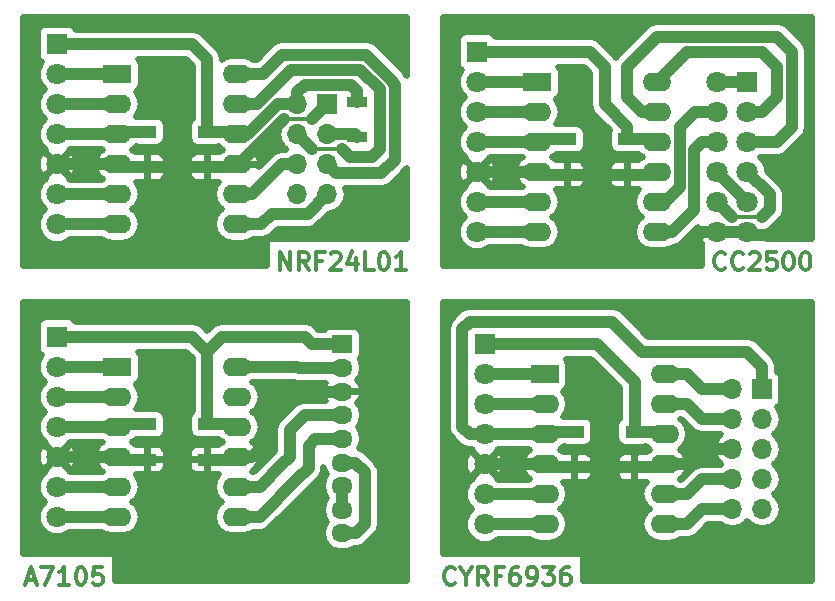
<source format=gbr>
G04 #@! TF.FileFunction,Copper,L1,Top,Signal*
%FSLAX46Y46*%
G04 Gerber Fmt 4.6, Leading zero omitted, Abs format (unit mm)*
G04 Created by KiCad (PCBNEW 4.0.7) date 10/12/18 14:52:48*
%MOMM*%
%LPD*%
G01*
G04 APERTURE LIST*
%ADD10C,0.100000*%
%ADD11C,0.300000*%
%ADD12R,1.800000X1.500000*%
%ADD13O,1.800000X1.500000*%
%ADD14C,1.800000*%
%ADD15R,1.800000X1.800000*%
%ADD16R,1.600000X1.000000*%
%ADD17R,2.400000X1.600000*%
%ADD18O,2.400000X1.600000*%
%ADD19R,1.700000X1.700000*%
%ADD20O,1.700000X1.700000*%
%ADD21R,1.700000X0.900000*%
%ADD22C,1.000000*%
%ADD23C,0.500000*%
G04 APERTURE END LIST*
D10*
D11*
X145431430Y-112295714D02*
X145360001Y-112367143D01*
X145145715Y-112438571D01*
X145002858Y-112438571D01*
X144788573Y-112367143D01*
X144645715Y-112224286D01*
X144574287Y-112081429D01*
X144502858Y-111795714D01*
X144502858Y-111581429D01*
X144574287Y-111295714D01*
X144645715Y-111152857D01*
X144788573Y-111010000D01*
X145002858Y-110938571D01*
X145145715Y-110938571D01*
X145360001Y-111010000D01*
X145431430Y-111081429D01*
X146360001Y-111724286D02*
X146360001Y-112438571D01*
X145860001Y-110938571D02*
X146360001Y-111724286D01*
X146860001Y-110938571D01*
X148217144Y-112438571D02*
X147717144Y-111724286D01*
X147360001Y-112438571D02*
X147360001Y-110938571D01*
X147931429Y-110938571D01*
X148074287Y-111010000D01*
X148145715Y-111081429D01*
X148217144Y-111224286D01*
X148217144Y-111438571D01*
X148145715Y-111581429D01*
X148074287Y-111652857D01*
X147931429Y-111724286D01*
X147360001Y-111724286D01*
X149360001Y-111652857D02*
X148860001Y-111652857D01*
X148860001Y-112438571D02*
X148860001Y-110938571D01*
X149574287Y-110938571D01*
X150788572Y-110938571D02*
X150502858Y-110938571D01*
X150360001Y-111010000D01*
X150288572Y-111081429D01*
X150145715Y-111295714D01*
X150074286Y-111581429D01*
X150074286Y-112152857D01*
X150145715Y-112295714D01*
X150217143Y-112367143D01*
X150360001Y-112438571D01*
X150645715Y-112438571D01*
X150788572Y-112367143D01*
X150860001Y-112295714D01*
X150931429Y-112152857D01*
X150931429Y-111795714D01*
X150860001Y-111652857D01*
X150788572Y-111581429D01*
X150645715Y-111510000D01*
X150360001Y-111510000D01*
X150217143Y-111581429D01*
X150145715Y-111652857D01*
X150074286Y-111795714D01*
X151645714Y-112438571D02*
X151931429Y-112438571D01*
X152074286Y-112367143D01*
X152145714Y-112295714D01*
X152288572Y-112081429D01*
X152360000Y-111795714D01*
X152360000Y-111224286D01*
X152288572Y-111081429D01*
X152217143Y-111010000D01*
X152074286Y-110938571D01*
X151788572Y-110938571D01*
X151645714Y-111010000D01*
X151574286Y-111081429D01*
X151502857Y-111224286D01*
X151502857Y-111581429D01*
X151574286Y-111724286D01*
X151645714Y-111795714D01*
X151788572Y-111867143D01*
X152074286Y-111867143D01*
X152217143Y-111795714D01*
X152288572Y-111724286D01*
X152360000Y-111581429D01*
X152860000Y-110938571D02*
X153788571Y-110938571D01*
X153288571Y-111510000D01*
X153502857Y-111510000D01*
X153645714Y-111581429D01*
X153717143Y-111652857D01*
X153788571Y-111795714D01*
X153788571Y-112152857D01*
X153717143Y-112295714D01*
X153645714Y-112367143D01*
X153502857Y-112438571D01*
X153074285Y-112438571D01*
X152931428Y-112367143D01*
X152860000Y-112295714D01*
X155074285Y-110938571D02*
X154788571Y-110938571D01*
X154645714Y-111010000D01*
X154574285Y-111081429D01*
X154431428Y-111295714D01*
X154359999Y-111581429D01*
X154359999Y-112152857D01*
X154431428Y-112295714D01*
X154502856Y-112367143D01*
X154645714Y-112438571D01*
X154931428Y-112438571D01*
X155074285Y-112367143D01*
X155145714Y-112295714D01*
X155217142Y-112152857D01*
X155217142Y-111795714D01*
X155145714Y-111652857D01*
X155074285Y-111581429D01*
X154931428Y-111510000D01*
X154645714Y-111510000D01*
X154502856Y-111581429D01*
X154431428Y-111652857D01*
X154359999Y-111795714D01*
X109180715Y-112010000D02*
X109895001Y-112010000D01*
X109037858Y-112438571D02*
X109537858Y-110938571D01*
X110037858Y-112438571D01*
X110395001Y-110938571D02*
X111395001Y-110938571D01*
X110752144Y-112438571D01*
X112752143Y-112438571D02*
X111895000Y-112438571D01*
X112323572Y-112438571D02*
X112323572Y-110938571D01*
X112180715Y-111152857D01*
X112037857Y-111295714D01*
X111895000Y-111367143D01*
X113680714Y-110938571D02*
X113823571Y-110938571D01*
X113966428Y-111010000D01*
X114037857Y-111081429D01*
X114109286Y-111224286D01*
X114180714Y-111510000D01*
X114180714Y-111867143D01*
X114109286Y-112152857D01*
X114037857Y-112295714D01*
X113966428Y-112367143D01*
X113823571Y-112438571D01*
X113680714Y-112438571D01*
X113537857Y-112367143D01*
X113466428Y-112295714D01*
X113395000Y-112152857D01*
X113323571Y-111867143D01*
X113323571Y-111510000D01*
X113395000Y-111224286D01*
X113466428Y-111081429D01*
X113537857Y-111010000D01*
X113680714Y-110938571D01*
X115537857Y-110938571D02*
X114823571Y-110938571D01*
X114752142Y-111652857D01*
X114823571Y-111581429D01*
X114966428Y-111510000D01*
X115323571Y-111510000D01*
X115466428Y-111581429D01*
X115537857Y-111652857D01*
X115609285Y-111795714D01*
X115609285Y-112152857D01*
X115537857Y-112295714D01*
X115466428Y-112367143D01*
X115323571Y-112438571D01*
X114966428Y-112438571D01*
X114823571Y-112367143D01*
X114752142Y-112295714D01*
X168307144Y-85625714D02*
X168235715Y-85697143D01*
X168021429Y-85768571D01*
X167878572Y-85768571D01*
X167664287Y-85697143D01*
X167521429Y-85554286D01*
X167450001Y-85411429D01*
X167378572Y-85125714D01*
X167378572Y-84911429D01*
X167450001Y-84625714D01*
X167521429Y-84482857D01*
X167664287Y-84340000D01*
X167878572Y-84268571D01*
X168021429Y-84268571D01*
X168235715Y-84340000D01*
X168307144Y-84411429D01*
X169807144Y-85625714D02*
X169735715Y-85697143D01*
X169521429Y-85768571D01*
X169378572Y-85768571D01*
X169164287Y-85697143D01*
X169021429Y-85554286D01*
X168950001Y-85411429D01*
X168878572Y-85125714D01*
X168878572Y-84911429D01*
X168950001Y-84625714D01*
X169021429Y-84482857D01*
X169164287Y-84340000D01*
X169378572Y-84268571D01*
X169521429Y-84268571D01*
X169735715Y-84340000D01*
X169807144Y-84411429D01*
X170378572Y-84411429D02*
X170450001Y-84340000D01*
X170592858Y-84268571D01*
X170950001Y-84268571D01*
X171092858Y-84340000D01*
X171164287Y-84411429D01*
X171235715Y-84554286D01*
X171235715Y-84697143D01*
X171164287Y-84911429D01*
X170307144Y-85768571D01*
X171235715Y-85768571D01*
X172592858Y-84268571D02*
X171878572Y-84268571D01*
X171807143Y-84982857D01*
X171878572Y-84911429D01*
X172021429Y-84840000D01*
X172378572Y-84840000D01*
X172521429Y-84911429D01*
X172592858Y-84982857D01*
X172664286Y-85125714D01*
X172664286Y-85482857D01*
X172592858Y-85625714D01*
X172521429Y-85697143D01*
X172378572Y-85768571D01*
X172021429Y-85768571D01*
X171878572Y-85697143D01*
X171807143Y-85625714D01*
X173592857Y-84268571D02*
X173735714Y-84268571D01*
X173878571Y-84340000D01*
X173950000Y-84411429D01*
X174021429Y-84554286D01*
X174092857Y-84840000D01*
X174092857Y-85197143D01*
X174021429Y-85482857D01*
X173950000Y-85625714D01*
X173878571Y-85697143D01*
X173735714Y-85768571D01*
X173592857Y-85768571D01*
X173450000Y-85697143D01*
X173378571Y-85625714D01*
X173307143Y-85482857D01*
X173235714Y-85197143D01*
X173235714Y-84840000D01*
X173307143Y-84554286D01*
X173378571Y-84411429D01*
X173450000Y-84340000D01*
X173592857Y-84268571D01*
X175021428Y-84268571D02*
X175164285Y-84268571D01*
X175307142Y-84340000D01*
X175378571Y-84411429D01*
X175450000Y-84554286D01*
X175521428Y-84840000D01*
X175521428Y-85197143D01*
X175450000Y-85482857D01*
X175378571Y-85625714D01*
X175307142Y-85697143D01*
X175164285Y-85768571D01*
X175021428Y-85768571D01*
X174878571Y-85697143D01*
X174807142Y-85625714D01*
X174735714Y-85482857D01*
X174664285Y-85197143D01*
X174664285Y-84840000D01*
X174735714Y-84554286D01*
X174807142Y-84411429D01*
X174878571Y-84340000D01*
X175021428Y-84268571D01*
X130604287Y-85768571D02*
X130604287Y-84268571D01*
X131461430Y-85768571D01*
X131461430Y-84268571D01*
X133032859Y-85768571D02*
X132532859Y-85054286D01*
X132175716Y-85768571D02*
X132175716Y-84268571D01*
X132747144Y-84268571D01*
X132890002Y-84340000D01*
X132961430Y-84411429D01*
X133032859Y-84554286D01*
X133032859Y-84768571D01*
X132961430Y-84911429D01*
X132890002Y-84982857D01*
X132747144Y-85054286D01*
X132175716Y-85054286D01*
X134175716Y-84982857D02*
X133675716Y-84982857D01*
X133675716Y-85768571D02*
X133675716Y-84268571D01*
X134390002Y-84268571D01*
X134890001Y-84411429D02*
X134961430Y-84340000D01*
X135104287Y-84268571D01*
X135461430Y-84268571D01*
X135604287Y-84340000D01*
X135675716Y-84411429D01*
X135747144Y-84554286D01*
X135747144Y-84697143D01*
X135675716Y-84911429D01*
X134818573Y-85768571D01*
X135747144Y-85768571D01*
X137032858Y-84768571D02*
X137032858Y-85768571D01*
X136675715Y-84197143D02*
X136318572Y-85268571D01*
X137247144Y-85268571D01*
X138532858Y-85768571D02*
X137818572Y-85768571D01*
X137818572Y-84268571D01*
X139318572Y-84268571D02*
X139461429Y-84268571D01*
X139604286Y-84340000D01*
X139675715Y-84411429D01*
X139747144Y-84554286D01*
X139818572Y-84840000D01*
X139818572Y-85197143D01*
X139747144Y-85482857D01*
X139675715Y-85625714D01*
X139604286Y-85697143D01*
X139461429Y-85768571D01*
X139318572Y-85768571D01*
X139175715Y-85697143D01*
X139104286Y-85625714D01*
X139032858Y-85482857D01*
X138961429Y-85197143D01*
X138961429Y-84840000D01*
X139032858Y-84554286D01*
X139104286Y-84411429D01*
X139175715Y-84340000D01*
X139318572Y-84268571D01*
X141247143Y-85768571D02*
X140390000Y-85768571D01*
X140818572Y-85768571D02*
X140818572Y-84268571D01*
X140675715Y-84482857D01*
X140532857Y-84625714D01*
X140390000Y-84697143D01*
D12*
X135890000Y-92075000D03*
D13*
X135890000Y-94075000D03*
X135890000Y-96075000D03*
X135890000Y-98075000D03*
X135890000Y-100075000D03*
X135890000Y-102075000D03*
X135890000Y-104075000D03*
X135890000Y-106075000D03*
X135890000Y-108075000D03*
D14*
X147955000Y-107315000D03*
X147955000Y-104775000D03*
D15*
X147955000Y-92075000D03*
D14*
X147955000Y-94615000D03*
X147955000Y-97155000D03*
X147955000Y-99695000D03*
X147955000Y-102235000D03*
X167640000Y-82550000D03*
X170180000Y-82550000D03*
D15*
X170180000Y-69850000D03*
D14*
X167640000Y-69850000D03*
X170180000Y-72390000D03*
X167640000Y-72390000D03*
X170180000Y-74930000D03*
X167640000Y-74930000D03*
X170180000Y-77470000D03*
X167640000Y-77470000D03*
X170180000Y-80010000D03*
X167640000Y-80010000D03*
X111760000Y-106680000D03*
X111760000Y-104140000D03*
D15*
X111760000Y-91440000D03*
D14*
X111760000Y-93980000D03*
X111760000Y-96520000D03*
X111760000Y-99060000D03*
X111760000Y-101600000D03*
X147320000Y-82550000D03*
X147320000Y-80010000D03*
D15*
X147320000Y-67310000D03*
D14*
X147320000Y-69850000D03*
X147320000Y-72390000D03*
X147320000Y-74930000D03*
X147320000Y-77470000D03*
X111760000Y-81915000D03*
X111760000Y-79375000D03*
D15*
X111760000Y-66675000D03*
D14*
X111760000Y-69215000D03*
X111760000Y-71755000D03*
X111760000Y-74295000D03*
X111760000Y-76835000D03*
D16*
X119380000Y-74065000D03*
X119380000Y-77065000D03*
X124460000Y-74065000D03*
X124460000Y-77065000D03*
X154940000Y-74700000D03*
X154940000Y-77700000D03*
X160020000Y-74700000D03*
X160020000Y-77700000D03*
D17*
X116840000Y-69215000D03*
D18*
X116840000Y-71755000D03*
X116840000Y-74295000D03*
X116840000Y-76835000D03*
X116840000Y-79375000D03*
X116840000Y-81915000D03*
X127000000Y-81915000D03*
X127000000Y-79375000D03*
X127000000Y-76835000D03*
X127000000Y-74295000D03*
X127000000Y-71755000D03*
X127000000Y-69215000D03*
D17*
X152400000Y-69850000D03*
D18*
X152400000Y-72390000D03*
X152400000Y-74930000D03*
X152400000Y-77470000D03*
X152400000Y-80010000D03*
X152400000Y-82550000D03*
X162560000Y-82550000D03*
X162560000Y-80010000D03*
X162560000Y-77470000D03*
X162560000Y-74930000D03*
X162560000Y-72390000D03*
X162560000Y-69850000D03*
D19*
X134620000Y-71755000D03*
D20*
X132080000Y-71755000D03*
X134620000Y-74295000D03*
X132080000Y-74295000D03*
X134620000Y-76835000D03*
X132080000Y-76835000D03*
X134620000Y-79375000D03*
X132080000Y-79375000D03*
D21*
X137160000Y-74475000D03*
X137160000Y-71575000D03*
D16*
X119380000Y-98830000D03*
X119380000Y-101830000D03*
X124460000Y-98830000D03*
X124460000Y-101830000D03*
D17*
X116840000Y-93980000D03*
D18*
X116840000Y-96520000D03*
X116840000Y-99060000D03*
X116840000Y-101600000D03*
X116840000Y-104140000D03*
X116840000Y-106680000D03*
X127000000Y-106680000D03*
X127000000Y-104140000D03*
X127000000Y-101600000D03*
X127000000Y-99060000D03*
X127000000Y-96520000D03*
X127000000Y-93980000D03*
D16*
X155575000Y-99465000D03*
X155575000Y-102465000D03*
X160655000Y-99465000D03*
X160655000Y-102465000D03*
D17*
X153035000Y-94615000D03*
D18*
X153035000Y-97155000D03*
X153035000Y-99695000D03*
X153035000Y-102235000D03*
X153035000Y-104775000D03*
X153035000Y-107315000D03*
X163195000Y-107315000D03*
X163195000Y-104775000D03*
X163195000Y-102235000D03*
X163195000Y-99695000D03*
X163195000Y-97155000D03*
X163195000Y-94615000D03*
D19*
X171450000Y-95885000D03*
D20*
X168910000Y-95885000D03*
X171450000Y-98425000D03*
X168910000Y-98425000D03*
X171450000Y-100965000D03*
X168910000Y-100965000D03*
X171450000Y-103505000D03*
X168910000Y-103505000D03*
X171450000Y-106045000D03*
X168910000Y-106045000D03*
D22*
X154940000Y-74700000D02*
X152630000Y-74700000D01*
X152630000Y-74700000D02*
X152400000Y-74930000D01*
X152400000Y-74930000D02*
X147320000Y-74930000D01*
X170180000Y-82550000D02*
X170434000Y-82804000D01*
X170434000Y-82804000D02*
X172466000Y-82804000D01*
X167640000Y-82550000D02*
X166370000Y-82550000D01*
X166370000Y-82550000D02*
X165100000Y-83820000D01*
X154940000Y-77700000D02*
X152630000Y-77700000D01*
X152630000Y-77700000D02*
X152400000Y-77470000D01*
X154940000Y-77700000D02*
X160020000Y-77700000D01*
X160020000Y-77700000D02*
X162330000Y-77700000D01*
X162330000Y-77700000D02*
X162560000Y-77470000D01*
X170180000Y-82550000D02*
X167640000Y-82550000D01*
X152400000Y-77470000D02*
X147320000Y-77470000D01*
X160020000Y-74700000D02*
X160020000Y-73660000D01*
X160020000Y-73660000D02*
X158115000Y-71755000D01*
X158115000Y-71755000D02*
X158115000Y-68580000D01*
X158115000Y-68580000D02*
X156845000Y-67310000D01*
X156845000Y-67310000D02*
X147320000Y-67310000D01*
X160020000Y-74700000D02*
X162330000Y-74700000D01*
X162330000Y-74700000D02*
X162560000Y-74930000D01*
X127000000Y-81915000D02*
X129032000Y-81915000D01*
X132969000Y-81026000D02*
X134620000Y-79375000D01*
X129921000Y-81026000D02*
X132969000Y-81026000D01*
X129032000Y-81915000D02*
X129921000Y-81026000D01*
X127000000Y-79375000D02*
X128270000Y-79375000D01*
X130810000Y-76835000D02*
X132080000Y-76835000D01*
X128270000Y-79375000D02*
X130810000Y-76835000D01*
X135890000Y-75565000D02*
X136525000Y-76200000D01*
X139065000Y-75565000D02*
X139065000Y-74930000D01*
X138430000Y-76200000D02*
X139065000Y-75565000D01*
X136525000Y-76200000D02*
X138430000Y-76200000D01*
X137414000Y-68834000D02*
X139065000Y-70485000D01*
X131572000Y-68834000D02*
X137414000Y-68834000D01*
X128651000Y-71755000D02*
X131572000Y-68834000D01*
X127000000Y-71755000D02*
X128651000Y-71755000D01*
X133350000Y-75565000D02*
X132080000Y-74295000D01*
D11*
X135890000Y-75565000D02*
X133350000Y-75565000D01*
D22*
X139065000Y-70485000D02*
X139065000Y-74930000D01*
X137922000Y-67564000D02*
X140208000Y-69850000D01*
X129159000Y-69215000D02*
X130810000Y-67564000D01*
X130810000Y-67564000D02*
X137922000Y-67564000D01*
X127000000Y-69215000D02*
X129159000Y-69215000D01*
X135382000Y-77597000D02*
X134620000Y-76835000D01*
X139192000Y-77597000D02*
X135382000Y-77597000D01*
X140335000Y-76454000D02*
X139192000Y-77597000D01*
X140335000Y-70104000D02*
X140335000Y-76454000D01*
X140208000Y-69977000D02*
X140335000Y-70104000D01*
X140208000Y-69850000D02*
X140208000Y-69977000D01*
X162560000Y-82550000D02*
X163830000Y-82550000D01*
X163830000Y-82550000D02*
X165665002Y-80714998D01*
X165665002Y-80714998D02*
X165665002Y-75634998D01*
X165665002Y-75634998D02*
X166370000Y-74930000D01*
X166370000Y-74930000D02*
X167640000Y-74930000D01*
X162560000Y-80010000D02*
X163195000Y-80010000D01*
X163195000Y-80010000D02*
X164465000Y-78740000D01*
X164465000Y-78740000D02*
X164465000Y-73660000D01*
X164465000Y-73660000D02*
X165735000Y-72390000D01*
X165735000Y-72390000D02*
X167640000Y-72390000D01*
X162560000Y-72390000D02*
X161290000Y-72390000D01*
X161290000Y-72390000D02*
X160020000Y-71120000D01*
X160020000Y-71120000D02*
X160020000Y-68580000D01*
X160020000Y-68580000D02*
X162560000Y-66040000D01*
X162560000Y-66040000D02*
X172720000Y-66040000D01*
X172720000Y-66040000D02*
X173990000Y-67310000D01*
X173990000Y-67310000D02*
X173990000Y-73660000D01*
X173990000Y-73660000D02*
X172720000Y-74930000D01*
X172720000Y-74930000D02*
X170180000Y-74930000D01*
X162560000Y-69850000D02*
X165100000Y-67310000D01*
X165100000Y-67310000D02*
X171450000Y-67310000D01*
X171450000Y-67310000D02*
X172720000Y-68580000D01*
X172720000Y-68580000D02*
X172720000Y-71120000D01*
X172720000Y-71120000D02*
X171450000Y-72390000D01*
X171450000Y-72390000D02*
X170180000Y-72390000D01*
X170180000Y-69850000D02*
X167640000Y-69850000D01*
X170180000Y-77470000D02*
X172085000Y-79375000D01*
X172085000Y-79375000D02*
X172085000Y-80645000D01*
X172085000Y-80645000D02*
X171450000Y-81280000D01*
D11*
X171450000Y-81280000D02*
X168910000Y-81280000D01*
D22*
X168910000Y-81280000D02*
X167640000Y-80010000D01*
X167640000Y-77470000D02*
X170180000Y-80010000D01*
X116840000Y-79375000D02*
X111760000Y-79375000D01*
X116840000Y-69215000D02*
X111760000Y-69215000D01*
X116840000Y-71755000D02*
X111760000Y-71755000D01*
X152400000Y-80010000D02*
X147320000Y-80010000D01*
X152400000Y-69850000D02*
X147320000Y-69850000D01*
X152400000Y-72390000D02*
X147320000Y-72390000D01*
X116840000Y-81915000D02*
X111760000Y-81915000D01*
X152400000Y-82550000D02*
X147320000Y-82550000D01*
X119380000Y-74065000D02*
X117070000Y-74065000D01*
X117070000Y-74065000D02*
X116840000Y-74295000D01*
X116840000Y-74295000D02*
X111760000Y-74295000D01*
X137160000Y-71575000D02*
X137160000Y-70612000D01*
X132080000Y-70739000D02*
X132715000Y-70104000D01*
X132715000Y-70104000D02*
X136652000Y-70104000D01*
X136652000Y-70104000D02*
X137160000Y-70612000D01*
X132080000Y-70739000D02*
X132080000Y-71755000D01*
X127000000Y-74295000D02*
X127889000Y-74295000D01*
X127889000Y-74295000D02*
X130429000Y-71755000D01*
X130429000Y-71755000D02*
X132080000Y-71755000D01*
X124460000Y-74065000D02*
X124460000Y-67945000D01*
X124460000Y-67945000D02*
X123190000Y-66675000D01*
X123190000Y-66675000D02*
X111760000Y-66675000D01*
X124460000Y-74065000D02*
X126770000Y-74065000D01*
X126770000Y-74065000D02*
X127000000Y-74295000D01*
X127000000Y-76835000D02*
X127127000Y-76835000D01*
X127127000Y-76835000D02*
X130937000Y-73025000D01*
X133350000Y-73025000D02*
X134620000Y-71755000D01*
D11*
X130937000Y-73025000D02*
X133350000Y-73025000D01*
D22*
X119380000Y-77065000D02*
X117070000Y-77065000D01*
X117070000Y-77065000D02*
X116840000Y-76835000D01*
X124460000Y-77065000D02*
X119380000Y-77065000D01*
X124460000Y-77065000D02*
X126770000Y-77065000D01*
X126770000Y-77065000D02*
X127000000Y-76835000D01*
X116840000Y-76835000D02*
X111760000Y-76835000D01*
X134620000Y-74295000D02*
X136980000Y-74295000D01*
X136980000Y-74295000D02*
X137160000Y-74475000D01*
X134800000Y-74475000D02*
X134620000Y-74295000D01*
X119380000Y-98830000D02*
X117070000Y-98830000D01*
X117070000Y-98830000D02*
X116840000Y-99060000D01*
X116840000Y-99060000D02*
X111760000Y-99060000D01*
X127000000Y-101600000D02*
X128270000Y-101600000D01*
X129540000Y-100330000D02*
X129540000Y-99695000D01*
X128270000Y-101600000D02*
X129540000Y-100330000D01*
X132715000Y-96075000D02*
X131255000Y-96075000D01*
X131255000Y-96075000D02*
X130175000Y-97155000D01*
X129540000Y-97790000D02*
X130175000Y-97155000D01*
X129540000Y-99695000D02*
X129540000Y-98425000D01*
X129540000Y-98425000D02*
X129540000Y-97790000D01*
X130175000Y-97155000D02*
X131255000Y-96075000D01*
X132715000Y-96075000D02*
X135890000Y-96075000D01*
X127000000Y-101600000D02*
X127635000Y-101600000D01*
X124460000Y-101830000D02*
X126770000Y-101830000D01*
X126770000Y-101830000D02*
X127000000Y-101600000D01*
X119380000Y-101830000D02*
X117070000Y-101830000D01*
X117070000Y-101830000D02*
X116840000Y-101600000D01*
X116840000Y-101600000D02*
X111760000Y-101600000D01*
X135890000Y-92075000D02*
X133350000Y-92075000D01*
X133350000Y-92075000D02*
X132715000Y-91440000D01*
X130810000Y-91440000D02*
X132715000Y-91440000D01*
X130810000Y-91440000D02*
X125730000Y-91440000D01*
X124460000Y-92710000D02*
X125730000Y-91440000D01*
X121285000Y-91440000D02*
X123190000Y-91440000D01*
X124460000Y-92710000D02*
X124460000Y-94615000D01*
X123190000Y-91440000D02*
X124460000Y-92710000D01*
X124460000Y-98830000D02*
X124460000Y-94615000D01*
X121285000Y-91440000D02*
X111760000Y-91440000D01*
X124460000Y-98830000D02*
X126770000Y-98830000D01*
X126770000Y-98830000D02*
X127000000Y-99060000D01*
X116840000Y-104140000D02*
X111760000Y-104140000D01*
X116840000Y-93980000D02*
X111760000Y-93980000D01*
X116840000Y-96520000D02*
X111760000Y-96520000D01*
X116840000Y-106680000D02*
X111760000Y-106680000D01*
X133032500Y-100647500D02*
X133032500Y-102552500D01*
X133032500Y-102552500D02*
X132080000Y-103505000D01*
X127000000Y-106680000D02*
X128905000Y-106680000D01*
X128905000Y-106680000D02*
X132080000Y-103505000D01*
X133605000Y-100075000D02*
X135890000Y-100075000D01*
X133032500Y-100647500D02*
X133605000Y-100075000D01*
X132715000Y-98075000D02*
X131445000Y-99345000D01*
X131445000Y-99345000D02*
X131445000Y-99695000D01*
X130810000Y-102235000D02*
X131445000Y-101600000D01*
X128905000Y-104140000D02*
X130810000Y-102235000D01*
X127000000Y-104140000D02*
X128905000Y-104140000D01*
X131445000Y-101600000D02*
X131445000Y-99695000D01*
X132715000Y-98075000D02*
X135890000Y-98075000D01*
X127000000Y-104140000D02*
X127635000Y-104140000D01*
X127000000Y-93980000D02*
X132080000Y-93980000D01*
X132175000Y-94075000D02*
X135890000Y-94075000D01*
X132080000Y-93980000D02*
X132175000Y-94075000D01*
X135890000Y-102075000D02*
X137000000Y-102075000D01*
X137035000Y-108075000D02*
X135890000Y-108075000D01*
X137795000Y-107315000D02*
X137035000Y-108075000D01*
X137795000Y-102870000D02*
X137795000Y-107315000D01*
X137000000Y-102075000D02*
X137795000Y-102870000D01*
X135890000Y-104075000D02*
X135890000Y-106075000D01*
X158750000Y-90170000D02*
X146685000Y-90170000D01*
X146685000Y-99695000D02*
X146050000Y-99060000D01*
X158750000Y-90170000D02*
X161290000Y-92710000D01*
X161290000Y-92710000D02*
X170180000Y-92710000D01*
X170180000Y-92710000D02*
X171450000Y-93980000D01*
X171450000Y-95885000D02*
X171450000Y-93980000D01*
X146685000Y-99695000D02*
X147955000Y-99695000D01*
X146050000Y-90805000D02*
X146050000Y-99060000D01*
X146685000Y-90170000D02*
X146050000Y-90805000D01*
X155575000Y-99465000D02*
X153265000Y-99465000D01*
X153265000Y-99465000D02*
X153035000Y-99695000D01*
X153035000Y-99695000D02*
X147955000Y-99695000D01*
X163195000Y-102235000D02*
X165100000Y-102235000D01*
X166370000Y-100965000D02*
X168910000Y-100965000D01*
X165100000Y-102235000D02*
X166370000Y-100965000D01*
X160655000Y-102465000D02*
X162965000Y-102465000D01*
X162965000Y-102465000D02*
X163195000Y-102235000D01*
X160655000Y-102465000D02*
X155575000Y-102465000D01*
X155575000Y-102465000D02*
X153265000Y-102465000D01*
X153265000Y-102465000D02*
X153035000Y-102235000D01*
X153035000Y-102235000D02*
X147955000Y-102235000D01*
X160655000Y-95250000D02*
X157480000Y-92075000D01*
X157480000Y-92075000D02*
X154940000Y-92075000D01*
X147955000Y-92075000D02*
X154940000Y-92075000D01*
X160655000Y-95250000D02*
X160655000Y-99465000D01*
X160655000Y-99465000D02*
X162965000Y-99465000D01*
X162965000Y-99465000D02*
X163195000Y-99695000D01*
X153035000Y-104775000D02*
X147955000Y-104775000D01*
X153035000Y-94615000D02*
X147955000Y-94615000D01*
X153035000Y-97155000D02*
X147955000Y-97155000D01*
X153035000Y-107315000D02*
X147955000Y-107315000D01*
X163195000Y-94615000D02*
X165100000Y-94615000D01*
X166370000Y-95885000D02*
X168910000Y-95885000D01*
X165100000Y-94615000D02*
X166370000Y-95885000D01*
X163195000Y-97155000D02*
X165100000Y-97155000D01*
X166370000Y-98425000D02*
X168910000Y-98425000D01*
X165100000Y-97155000D02*
X166370000Y-98425000D01*
X163195000Y-104775000D02*
X165100000Y-104775000D01*
X166370000Y-103505000D02*
X168910000Y-103505000D01*
X165100000Y-104775000D02*
X166370000Y-103505000D01*
X163195000Y-107315000D02*
X165100000Y-107315000D01*
X166370000Y-106045000D02*
X168910000Y-106045000D01*
X165100000Y-107315000D02*
X166370000Y-106045000D01*
D23*
G36*
X175645000Y-83140000D02*
X171722108Y-83140000D01*
X171826792Y-82893939D01*
X171830989Y-82454216D01*
X171928354Y-82434849D01*
X172333883Y-82163883D01*
X172968884Y-81528883D01*
X173239849Y-81123354D01*
X173335000Y-80645000D01*
X173335000Y-79375000D01*
X173239849Y-78896646D01*
X173199206Y-78835819D01*
X172968884Y-78491117D01*
X171830103Y-77352336D01*
X171830285Y-77143235D01*
X171579617Y-76536571D01*
X171243453Y-76199820D01*
X171263307Y-76180000D01*
X172720000Y-76180000D01*
X173198354Y-76084849D01*
X173603883Y-75813883D01*
X174873883Y-74543884D01*
X175144849Y-74138354D01*
X175164470Y-74039713D01*
X175240000Y-73660000D01*
X175240000Y-67310000D01*
X175144849Y-66831646D01*
X174935514Y-66518354D01*
X174873883Y-66426116D01*
X173603883Y-65156117D01*
X173198354Y-64885151D01*
X172720000Y-64790000D01*
X162560000Y-64790000D01*
X162161010Y-64869365D01*
X162081645Y-64885151D01*
X161676116Y-65156117D01*
X159136118Y-67696116D01*
X159136117Y-67696117D01*
X159067500Y-67798810D01*
X159060514Y-67788354D01*
X158998883Y-67696116D01*
X157728883Y-66426117D01*
X157323354Y-66155151D01*
X156845000Y-66060000D01*
X148886022Y-66060000D01*
X148768138Y-65876802D01*
X148517508Y-65705554D01*
X148220000Y-65645307D01*
X146420000Y-65645307D01*
X146142067Y-65697604D01*
X145886802Y-65861862D01*
X145715554Y-66112492D01*
X145655307Y-66410000D01*
X145655307Y-68210000D01*
X145707604Y-68487933D01*
X145871862Y-68743198D01*
X146003288Y-68832998D01*
X145922014Y-68914130D01*
X145670287Y-69520355D01*
X145669715Y-70176765D01*
X145920383Y-70783429D01*
X146256547Y-71120180D01*
X145922014Y-71454130D01*
X145670287Y-72060355D01*
X145669715Y-72716765D01*
X145920383Y-73323429D01*
X146256547Y-73660180D01*
X145922014Y-73994130D01*
X145670287Y-74600355D01*
X145669715Y-75256765D01*
X145920383Y-75863429D01*
X146325639Y-76269393D01*
X146298946Y-76378235D01*
X147320000Y-77399289D01*
X148341054Y-76378235D01*
X148314242Y-76268910D01*
X148403307Y-76180000D01*
X151096235Y-76180000D01*
X151144214Y-76212058D01*
X150868629Y-76409340D01*
X150548852Y-76923035D01*
X150477702Y-77178268D01*
X150638418Y-77420000D01*
X152350000Y-77420000D01*
X152350000Y-77400000D01*
X152450000Y-77400000D01*
X152450000Y-77420000D01*
X152470000Y-77420000D01*
X152470000Y-77520000D01*
X152450000Y-77520000D01*
X152450000Y-77540000D01*
X152350000Y-77540000D01*
X152350000Y-77520000D01*
X150638418Y-77520000D01*
X150477702Y-77761732D01*
X150548852Y-78016965D01*
X150868629Y-78530660D01*
X151144214Y-78727942D01*
X151096235Y-78760000D01*
X148403598Y-78760000D01*
X148314361Y-78670607D01*
X148341054Y-78561765D01*
X147320000Y-77540711D01*
X146298946Y-78561765D01*
X146325758Y-78671090D01*
X145922014Y-79074130D01*
X145670287Y-79680355D01*
X145669715Y-80336765D01*
X145920383Y-80943429D01*
X146256547Y-81280180D01*
X145922014Y-81614130D01*
X145670287Y-82220355D01*
X145669715Y-82876765D01*
X145920383Y-83483429D01*
X146384130Y-83947986D01*
X146990355Y-84199713D01*
X147646765Y-84200285D01*
X148253429Y-83949617D01*
X148403307Y-83800000D01*
X151096235Y-83800000D01*
X151368638Y-83982013D01*
X151961797Y-84100000D01*
X152838203Y-84100000D01*
X153431362Y-83982013D01*
X153934219Y-83646016D01*
X154270216Y-83143159D01*
X154388203Y-82550000D01*
X154270216Y-81956841D01*
X153934219Y-81453984D01*
X153673833Y-81280000D01*
X153934219Y-81106016D01*
X154270216Y-80603159D01*
X154388203Y-80010000D01*
X154270216Y-79416841D01*
X153945835Y-78931369D01*
X153990815Y-78950000D01*
X154702500Y-78950000D01*
X154890000Y-78762500D01*
X154890000Y-77750000D01*
X154990000Y-77750000D01*
X154990000Y-78762500D01*
X155177500Y-78950000D01*
X155889185Y-78950000D01*
X156164841Y-78835819D01*
X156375819Y-78624841D01*
X156490000Y-78349184D01*
X156490000Y-77937500D01*
X158470000Y-77937500D01*
X158470000Y-78349184D01*
X158584181Y-78624841D01*
X158795159Y-78835819D01*
X159070815Y-78950000D01*
X159782500Y-78950000D01*
X159970000Y-78762500D01*
X159970000Y-77750000D01*
X158657500Y-77750000D01*
X158470000Y-77937500D01*
X156490000Y-77937500D01*
X156302500Y-77750000D01*
X154990000Y-77750000D01*
X154890000Y-77750000D01*
X154870000Y-77750000D01*
X154870000Y-77650000D01*
X154890000Y-77650000D01*
X154890000Y-76637500D01*
X154990000Y-76637500D01*
X154990000Y-77650000D01*
X156302500Y-77650000D01*
X156490000Y-77462500D01*
X156490000Y-77050816D01*
X158470000Y-77050816D01*
X158470000Y-77462500D01*
X158657500Y-77650000D01*
X159970000Y-77650000D01*
X159970000Y-76637500D01*
X159782500Y-76450000D01*
X159070815Y-76450000D01*
X158795159Y-76564181D01*
X158584181Y-76775159D01*
X158470000Y-77050816D01*
X156490000Y-77050816D01*
X156375819Y-76775159D01*
X156164841Y-76564181D01*
X155889185Y-76450000D01*
X155177500Y-76450000D01*
X154990000Y-76637500D01*
X154890000Y-76637500D01*
X154702500Y-76450000D01*
X153990815Y-76450000D01*
X153963679Y-76461240D01*
X153931371Y-76409340D01*
X153655786Y-76212058D01*
X153934219Y-76026016D01*
X153985011Y-75950000D01*
X154067444Y-75950000D01*
X154140000Y-75964693D01*
X155740000Y-75964693D01*
X156017933Y-75912396D01*
X156273198Y-75748138D01*
X156444446Y-75497508D01*
X156504693Y-75200000D01*
X156504693Y-74200000D01*
X156452396Y-73922067D01*
X156288138Y-73666802D01*
X156037508Y-73495554D01*
X155740000Y-73435307D01*
X154140000Y-73435307D01*
X154061914Y-73450000D01*
X153958284Y-73450000D01*
X154270216Y-72983159D01*
X154388203Y-72390000D01*
X154270216Y-71796841D01*
X153949262Y-71316497D01*
X154133198Y-71198138D01*
X154304446Y-70947508D01*
X154364693Y-70650000D01*
X154364693Y-69050000D01*
X154312396Y-68772067D01*
X154175935Y-68560000D01*
X156327234Y-68560000D01*
X156865000Y-69097767D01*
X156865000Y-71755000D01*
X156926312Y-72063235D01*
X156960151Y-72233354D01*
X157231117Y-72638883D01*
X158512046Y-73919813D01*
X158455307Y-74200000D01*
X158455307Y-75200000D01*
X158507604Y-75477933D01*
X158671862Y-75733198D01*
X158922492Y-75904446D01*
X159220000Y-75964693D01*
X160820000Y-75964693D01*
X160898086Y-75950000D01*
X160974989Y-75950000D01*
X161025781Y-76026016D01*
X161304214Y-76212058D01*
X161028629Y-76409340D01*
X160996321Y-76461240D01*
X160969185Y-76450000D01*
X160257500Y-76450000D01*
X160070000Y-76637500D01*
X160070000Y-77650000D01*
X160090000Y-77650000D01*
X160090000Y-77750000D01*
X160070000Y-77750000D01*
X160070000Y-78762500D01*
X160257500Y-78950000D01*
X160969185Y-78950000D01*
X161014165Y-78931369D01*
X160689784Y-79416841D01*
X160571797Y-80010000D01*
X160689784Y-80603159D01*
X161025781Y-81106016D01*
X161286167Y-81280000D01*
X161025781Y-81453984D01*
X160689784Y-81956841D01*
X160571797Y-82550000D01*
X160689784Y-83143159D01*
X161025781Y-83646016D01*
X161528638Y-83982013D01*
X162121797Y-84100000D01*
X162998203Y-84100000D01*
X163591362Y-83982013D01*
X163878077Y-83790437D01*
X164308354Y-83704849D01*
X164713883Y-83433883D01*
X166031344Y-82116423D01*
X165993208Y-82206061D01*
X165986943Y-82862441D01*
X166232341Y-83471255D01*
X166250182Y-83497958D01*
X166342858Y-83520686D01*
X166342858Y-85475000D01*
X144395000Y-85475000D01*
X144395000Y-77782441D01*
X145666943Y-77782441D01*
X145912341Y-78391255D01*
X145930182Y-78417958D01*
X146228235Y-78491054D01*
X147249289Y-77470000D01*
X147390711Y-77470000D01*
X148411765Y-78491054D01*
X148709818Y-78417958D01*
X148966792Y-77813939D01*
X148973057Y-77157559D01*
X148727659Y-76548745D01*
X148709818Y-76522042D01*
X148411765Y-76448946D01*
X147390711Y-77470000D01*
X147249289Y-77470000D01*
X146228235Y-76448946D01*
X145930182Y-76522042D01*
X145673208Y-77126061D01*
X145666943Y-77782441D01*
X144395000Y-77782441D01*
X144395000Y-64385000D01*
X175645000Y-64385000D01*
X175645000Y-83140000D01*
X175645000Y-83140000D01*
G37*
X175645000Y-83140000D02*
X171722108Y-83140000D01*
X171826792Y-82893939D01*
X171830989Y-82454216D01*
X171928354Y-82434849D01*
X172333883Y-82163883D01*
X172968884Y-81528883D01*
X173239849Y-81123354D01*
X173335000Y-80645000D01*
X173335000Y-79375000D01*
X173239849Y-78896646D01*
X173199206Y-78835819D01*
X172968884Y-78491117D01*
X171830103Y-77352336D01*
X171830285Y-77143235D01*
X171579617Y-76536571D01*
X171243453Y-76199820D01*
X171263307Y-76180000D01*
X172720000Y-76180000D01*
X173198354Y-76084849D01*
X173603883Y-75813883D01*
X174873883Y-74543884D01*
X175144849Y-74138354D01*
X175164470Y-74039713D01*
X175240000Y-73660000D01*
X175240000Y-67310000D01*
X175144849Y-66831646D01*
X174935514Y-66518354D01*
X174873883Y-66426116D01*
X173603883Y-65156117D01*
X173198354Y-64885151D01*
X172720000Y-64790000D01*
X162560000Y-64790000D01*
X162161010Y-64869365D01*
X162081645Y-64885151D01*
X161676116Y-65156117D01*
X159136118Y-67696116D01*
X159136117Y-67696117D01*
X159067500Y-67798810D01*
X159060514Y-67788354D01*
X158998883Y-67696116D01*
X157728883Y-66426117D01*
X157323354Y-66155151D01*
X156845000Y-66060000D01*
X148886022Y-66060000D01*
X148768138Y-65876802D01*
X148517508Y-65705554D01*
X148220000Y-65645307D01*
X146420000Y-65645307D01*
X146142067Y-65697604D01*
X145886802Y-65861862D01*
X145715554Y-66112492D01*
X145655307Y-66410000D01*
X145655307Y-68210000D01*
X145707604Y-68487933D01*
X145871862Y-68743198D01*
X146003288Y-68832998D01*
X145922014Y-68914130D01*
X145670287Y-69520355D01*
X145669715Y-70176765D01*
X145920383Y-70783429D01*
X146256547Y-71120180D01*
X145922014Y-71454130D01*
X145670287Y-72060355D01*
X145669715Y-72716765D01*
X145920383Y-73323429D01*
X146256547Y-73660180D01*
X145922014Y-73994130D01*
X145670287Y-74600355D01*
X145669715Y-75256765D01*
X145920383Y-75863429D01*
X146325639Y-76269393D01*
X146298946Y-76378235D01*
X147320000Y-77399289D01*
X148341054Y-76378235D01*
X148314242Y-76268910D01*
X148403307Y-76180000D01*
X151096235Y-76180000D01*
X151144214Y-76212058D01*
X150868629Y-76409340D01*
X150548852Y-76923035D01*
X150477702Y-77178268D01*
X150638418Y-77420000D01*
X152350000Y-77420000D01*
X152350000Y-77400000D01*
X152450000Y-77400000D01*
X152450000Y-77420000D01*
X152470000Y-77420000D01*
X152470000Y-77520000D01*
X152450000Y-77520000D01*
X152450000Y-77540000D01*
X152350000Y-77540000D01*
X152350000Y-77520000D01*
X150638418Y-77520000D01*
X150477702Y-77761732D01*
X150548852Y-78016965D01*
X150868629Y-78530660D01*
X151144214Y-78727942D01*
X151096235Y-78760000D01*
X148403598Y-78760000D01*
X148314361Y-78670607D01*
X148341054Y-78561765D01*
X147320000Y-77540711D01*
X146298946Y-78561765D01*
X146325758Y-78671090D01*
X145922014Y-79074130D01*
X145670287Y-79680355D01*
X145669715Y-80336765D01*
X145920383Y-80943429D01*
X146256547Y-81280180D01*
X145922014Y-81614130D01*
X145670287Y-82220355D01*
X145669715Y-82876765D01*
X145920383Y-83483429D01*
X146384130Y-83947986D01*
X146990355Y-84199713D01*
X147646765Y-84200285D01*
X148253429Y-83949617D01*
X148403307Y-83800000D01*
X151096235Y-83800000D01*
X151368638Y-83982013D01*
X151961797Y-84100000D01*
X152838203Y-84100000D01*
X153431362Y-83982013D01*
X153934219Y-83646016D01*
X154270216Y-83143159D01*
X154388203Y-82550000D01*
X154270216Y-81956841D01*
X153934219Y-81453984D01*
X153673833Y-81280000D01*
X153934219Y-81106016D01*
X154270216Y-80603159D01*
X154388203Y-80010000D01*
X154270216Y-79416841D01*
X153945835Y-78931369D01*
X153990815Y-78950000D01*
X154702500Y-78950000D01*
X154890000Y-78762500D01*
X154890000Y-77750000D01*
X154990000Y-77750000D01*
X154990000Y-78762500D01*
X155177500Y-78950000D01*
X155889185Y-78950000D01*
X156164841Y-78835819D01*
X156375819Y-78624841D01*
X156490000Y-78349184D01*
X156490000Y-77937500D01*
X158470000Y-77937500D01*
X158470000Y-78349184D01*
X158584181Y-78624841D01*
X158795159Y-78835819D01*
X159070815Y-78950000D01*
X159782500Y-78950000D01*
X159970000Y-78762500D01*
X159970000Y-77750000D01*
X158657500Y-77750000D01*
X158470000Y-77937500D01*
X156490000Y-77937500D01*
X156302500Y-77750000D01*
X154990000Y-77750000D01*
X154890000Y-77750000D01*
X154870000Y-77750000D01*
X154870000Y-77650000D01*
X154890000Y-77650000D01*
X154890000Y-76637500D01*
X154990000Y-76637500D01*
X154990000Y-77650000D01*
X156302500Y-77650000D01*
X156490000Y-77462500D01*
X156490000Y-77050816D01*
X158470000Y-77050816D01*
X158470000Y-77462500D01*
X158657500Y-77650000D01*
X159970000Y-77650000D01*
X159970000Y-76637500D01*
X159782500Y-76450000D01*
X159070815Y-76450000D01*
X158795159Y-76564181D01*
X158584181Y-76775159D01*
X158470000Y-77050816D01*
X156490000Y-77050816D01*
X156375819Y-76775159D01*
X156164841Y-76564181D01*
X155889185Y-76450000D01*
X155177500Y-76450000D01*
X154990000Y-76637500D01*
X154890000Y-76637500D01*
X154702500Y-76450000D01*
X153990815Y-76450000D01*
X153963679Y-76461240D01*
X153931371Y-76409340D01*
X153655786Y-76212058D01*
X153934219Y-76026016D01*
X153985011Y-75950000D01*
X154067444Y-75950000D01*
X154140000Y-75964693D01*
X155740000Y-75964693D01*
X156017933Y-75912396D01*
X156273198Y-75748138D01*
X156444446Y-75497508D01*
X156504693Y-75200000D01*
X156504693Y-74200000D01*
X156452396Y-73922067D01*
X156288138Y-73666802D01*
X156037508Y-73495554D01*
X155740000Y-73435307D01*
X154140000Y-73435307D01*
X154061914Y-73450000D01*
X153958284Y-73450000D01*
X154270216Y-72983159D01*
X154388203Y-72390000D01*
X154270216Y-71796841D01*
X153949262Y-71316497D01*
X154133198Y-71198138D01*
X154304446Y-70947508D01*
X154364693Y-70650000D01*
X154364693Y-69050000D01*
X154312396Y-68772067D01*
X154175935Y-68560000D01*
X156327234Y-68560000D01*
X156865000Y-69097767D01*
X156865000Y-71755000D01*
X156926312Y-72063235D01*
X156960151Y-72233354D01*
X157231117Y-72638883D01*
X158512046Y-73919813D01*
X158455307Y-74200000D01*
X158455307Y-75200000D01*
X158507604Y-75477933D01*
X158671862Y-75733198D01*
X158922492Y-75904446D01*
X159220000Y-75964693D01*
X160820000Y-75964693D01*
X160898086Y-75950000D01*
X160974989Y-75950000D01*
X161025781Y-76026016D01*
X161304214Y-76212058D01*
X161028629Y-76409340D01*
X160996321Y-76461240D01*
X160969185Y-76450000D01*
X160257500Y-76450000D01*
X160070000Y-76637500D01*
X160070000Y-77650000D01*
X160090000Y-77650000D01*
X160090000Y-77750000D01*
X160070000Y-77750000D01*
X160070000Y-78762500D01*
X160257500Y-78950000D01*
X160969185Y-78950000D01*
X161014165Y-78931369D01*
X160689784Y-79416841D01*
X160571797Y-80010000D01*
X160689784Y-80603159D01*
X161025781Y-81106016D01*
X161286167Y-81280000D01*
X161025781Y-81453984D01*
X160689784Y-81956841D01*
X160571797Y-82550000D01*
X160689784Y-83143159D01*
X161025781Y-83646016D01*
X161528638Y-83982013D01*
X162121797Y-84100000D01*
X162998203Y-84100000D01*
X163591362Y-83982013D01*
X163878077Y-83790437D01*
X164308354Y-83704849D01*
X164713883Y-83433883D01*
X166031344Y-82116423D01*
X165993208Y-82206061D01*
X165986943Y-82862441D01*
X166232341Y-83471255D01*
X166250182Y-83497958D01*
X166342858Y-83520686D01*
X166342858Y-85475000D01*
X144395000Y-85475000D01*
X144395000Y-77782441D01*
X145666943Y-77782441D01*
X145912341Y-78391255D01*
X145930182Y-78417958D01*
X146228235Y-78491054D01*
X147249289Y-77470000D01*
X147390711Y-77470000D01*
X148411765Y-78491054D01*
X148709818Y-78417958D01*
X148966792Y-77813939D01*
X148973057Y-77157559D01*
X148727659Y-76548745D01*
X148709818Y-76522042D01*
X148411765Y-76448946D01*
X147390711Y-77470000D01*
X147249289Y-77470000D01*
X146228235Y-76448946D01*
X145930182Y-76522042D01*
X145673208Y-77126061D01*
X145666943Y-77782441D01*
X144395000Y-77782441D01*
X144395000Y-64385000D01*
X175645000Y-64385000D01*
X175645000Y-83140000D01*
G36*
X170264853Y-82535858D02*
X170250711Y-82550000D01*
X170264853Y-82564142D01*
X170194142Y-82634853D01*
X170180000Y-82620711D01*
X170165858Y-82634853D01*
X170095147Y-82564142D01*
X170109289Y-82550000D01*
X170095147Y-82535858D01*
X170165858Y-82465147D01*
X170180000Y-82479289D01*
X170194142Y-82465147D01*
X170264853Y-82535858D01*
X170264853Y-82535858D01*
G37*
X170264853Y-82535858D02*
X170250711Y-82550000D01*
X170264853Y-82564142D01*
X170194142Y-82634853D01*
X170180000Y-82620711D01*
X170165858Y-82634853D01*
X170095147Y-82564142D01*
X170109289Y-82550000D01*
X170095147Y-82535858D01*
X170165858Y-82465147D01*
X170180000Y-82479289D01*
X170194142Y-82465147D01*
X170264853Y-82535858D01*
G36*
X167724853Y-82535858D02*
X167710711Y-82550000D01*
X167724853Y-82564142D01*
X167654142Y-82634853D01*
X167640000Y-82620711D01*
X167625858Y-82634853D01*
X167555147Y-82564142D01*
X167569289Y-82550000D01*
X167555147Y-82535858D01*
X167625858Y-82465147D01*
X167640000Y-82479289D01*
X167654142Y-82465147D01*
X167724853Y-82535858D01*
X167724853Y-82535858D01*
G37*
X167724853Y-82535858D02*
X167710711Y-82550000D01*
X167724853Y-82564142D01*
X167654142Y-82634853D01*
X167640000Y-82620711D01*
X167625858Y-82634853D01*
X167555147Y-82564142D01*
X167569289Y-82550000D01*
X167555147Y-82535858D01*
X167625858Y-82465147D01*
X167640000Y-82479289D01*
X167654142Y-82465147D01*
X167724853Y-82535858D01*
G36*
X162610000Y-77420000D02*
X162630000Y-77420000D01*
X162630000Y-77520000D01*
X162610000Y-77520000D01*
X162610000Y-77540000D01*
X162510000Y-77540000D01*
X162510000Y-77520000D01*
X162490000Y-77520000D01*
X162490000Y-77420000D01*
X162510000Y-77420000D01*
X162510000Y-77400000D01*
X162610000Y-77400000D01*
X162610000Y-77420000D01*
X162610000Y-77420000D01*
G37*
X162610000Y-77420000D02*
X162630000Y-77420000D01*
X162630000Y-77520000D01*
X162610000Y-77520000D01*
X162610000Y-77540000D01*
X162510000Y-77540000D01*
X162510000Y-77520000D01*
X162490000Y-77520000D01*
X162490000Y-77420000D01*
X162510000Y-77420000D01*
X162510000Y-77400000D01*
X162610000Y-77400000D01*
X162610000Y-77420000D01*
G36*
X141355000Y-69359899D02*
X141271545Y-69235000D01*
X141091883Y-68966116D01*
X138805883Y-66680117D01*
X138400354Y-66409151D01*
X137922000Y-66314000D01*
X130810000Y-66314000D01*
X130331646Y-66409151D01*
X129926117Y-66680116D01*
X128641234Y-67965000D01*
X128303765Y-67965000D01*
X128031362Y-67782987D01*
X127438203Y-67665000D01*
X126561797Y-67665000D01*
X125968638Y-67782987D01*
X125710000Y-67955803D01*
X125710000Y-67945000D01*
X125614849Y-67466646D01*
X125360273Y-67085646D01*
X125343883Y-67061116D01*
X124073883Y-65791117D01*
X123668354Y-65520151D01*
X123190000Y-65425000D01*
X113326022Y-65425000D01*
X113208138Y-65241802D01*
X112957508Y-65070554D01*
X112660000Y-65010307D01*
X110860000Y-65010307D01*
X110582067Y-65062604D01*
X110326802Y-65226862D01*
X110155554Y-65477492D01*
X110095307Y-65775000D01*
X110095307Y-67575000D01*
X110147604Y-67852933D01*
X110311862Y-68108198D01*
X110443288Y-68197998D01*
X110362014Y-68279130D01*
X110110287Y-68885355D01*
X110109715Y-69541765D01*
X110360383Y-70148429D01*
X110696547Y-70485180D01*
X110362014Y-70819130D01*
X110110287Y-71425355D01*
X110109715Y-72081765D01*
X110360383Y-72688429D01*
X110696547Y-73025180D01*
X110362014Y-73359130D01*
X110110287Y-73965355D01*
X110109715Y-74621765D01*
X110360383Y-75228429D01*
X110765639Y-75634393D01*
X110738946Y-75743235D01*
X111760000Y-76764289D01*
X112781054Y-75743235D01*
X112754242Y-75633910D01*
X112843307Y-75545000D01*
X115536235Y-75545000D01*
X115584214Y-75577058D01*
X115308629Y-75774340D01*
X114988852Y-76288035D01*
X114917702Y-76543268D01*
X115078418Y-76785000D01*
X116790000Y-76785000D01*
X116790000Y-76765000D01*
X116890000Y-76765000D01*
X116890000Y-76785000D01*
X116910000Y-76785000D01*
X116910000Y-76885000D01*
X116890000Y-76885000D01*
X116890000Y-76905000D01*
X116790000Y-76905000D01*
X116790000Y-76885000D01*
X115078418Y-76885000D01*
X114917702Y-77126732D01*
X114988852Y-77381965D01*
X115308629Y-77895660D01*
X115584214Y-78092942D01*
X115536235Y-78125000D01*
X112843598Y-78125000D01*
X112754361Y-78035607D01*
X112781054Y-77926765D01*
X111760000Y-76905711D01*
X110738946Y-77926765D01*
X110765758Y-78036090D01*
X110362014Y-78439130D01*
X110110287Y-79045355D01*
X110109715Y-79701765D01*
X110360383Y-80308429D01*
X110696547Y-80645180D01*
X110362014Y-80979130D01*
X110110287Y-81585355D01*
X110109715Y-82241765D01*
X110360383Y-82848429D01*
X110824130Y-83312986D01*
X111430355Y-83564713D01*
X112086765Y-83565285D01*
X112693429Y-83314617D01*
X112843307Y-83165000D01*
X115536235Y-83165000D01*
X115808638Y-83347013D01*
X116401797Y-83465000D01*
X117278203Y-83465000D01*
X117871362Y-83347013D01*
X118374219Y-83011016D01*
X118710216Y-82508159D01*
X118828203Y-81915000D01*
X118710216Y-81321841D01*
X118374219Y-80818984D01*
X118113833Y-80645000D01*
X118374219Y-80471016D01*
X118710216Y-79968159D01*
X118828203Y-79375000D01*
X118710216Y-78781841D01*
X118385835Y-78296369D01*
X118430815Y-78315000D01*
X119142500Y-78315000D01*
X119330000Y-78127500D01*
X119330000Y-77115000D01*
X119430000Y-77115000D01*
X119430000Y-78127500D01*
X119617500Y-78315000D01*
X120329185Y-78315000D01*
X120604841Y-78200819D01*
X120815819Y-77989841D01*
X120930000Y-77714184D01*
X120930000Y-77302500D01*
X122910000Y-77302500D01*
X122910000Y-77714184D01*
X123024181Y-77989841D01*
X123235159Y-78200819D01*
X123510815Y-78315000D01*
X124222500Y-78315000D01*
X124410000Y-78127500D01*
X124410000Y-77115000D01*
X123097500Y-77115000D01*
X122910000Y-77302500D01*
X120930000Y-77302500D01*
X120742500Y-77115000D01*
X119430000Y-77115000D01*
X119330000Y-77115000D01*
X119310000Y-77115000D01*
X119310000Y-77015000D01*
X119330000Y-77015000D01*
X119330000Y-76002500D01*
X119430000Y-76002500D01*
X119430000Y-77015000D01*
X120742500Y-77015000D01*
X120930000Y-76827500D01*
X120930000Y-76415816D01*
X122910000Y-76415816D01*
X122910000Y-76827500D01*
X123097500Y-77015000D01*
X124410000Y-77015000D01*
X124410000Y-76002500D01*
X124222500Y-75815000D01*
X123510815Y-75815000D01*
X123235159Y-75929181D01*
X123024181Y-76140159D01*
X122910000Y-76415816D01*
X120930000Y-76415816D01*
X120815819Y-76140159D01*
X120604841Y-75929181D01*
X120329185Y-75815000D01*
X119617500Y-75815000D01*
X119430000Y-76002500D01*
X119330000Y-76002500D01*
X119142500Y-75815000D01*
X118430815Y-75815000D01*
X118403679Y-75826240D01*
X118371371Y-75774340D01*
X118095786Y-75577058D01*
X118374219Y-75391016D01*
X118425011Y-75315000D01*
X118507444Y-75315000D01*
X118580000Y-75329693D01*
X120180000Y-75329693D01*
X120457933Y-75277396D01*
X120713198Y-75113138D01*
X120884446Y-74862508D01*
X120944693Y-74565000D01*
X120944693Y-73565000D01*
X120892396Y-73287067D01*
X120728138Y-73031802D01*
X120477508Y-72860554D01*
X120180000Y-72800307D01*
X118580000Y-72800307D01*
X118501914Y-72815000D01*
X118398284Y-72815000D01*
X118710216Y-72348159D01*
X118828203Y-71755000D01*
X118710216Y-71161841D01*
X118389262Y-70681497D01*
X118573198Y-70563138D01*
X118744446Y-70312508D01*
X118804693Y-70015000D01*
X118804693Y-68415000D01*
X118752396Y-68137067D01*
X118615935Y-67925000D01*
X122672234Y-67925000D01*
X123210000Y-68462767D01*
X123210000Y-72963326D01*
X123126802Y-73016862D01*
X122955554Y-73267492D01*
X122895307Y-73565000D01*
X122895307Y-74565000D01*
X122947604Y-74842933D01*
X123111862Y-75098198D01*
X123362492Y-75269446D01*
X123660000Y-75329693D01*
X125260000Y-75329693D01*
X125338086Y-75315000D01*
X125414989Y-75315000D01*
X125465781Y-75391016D01*
X125744214Y-75577058D01*
X125468629Y-75774340D01*
X125436321Y-75826240D01*
X125409185Y-75815000D01*
X124697500Y-75815000D01*
X124510000Y-76002500D01*
X124510000Y-77015000D01*
X124530000Y-77015000D01*
X124530000Y-77115000D01*
X124510000Y-77115000D01*
X124510000Y-78127500D01*
X124697500Y-78315000D01*
X125409185Y-78315000D01*
X125454165Y-78296369D01*
X125129784Y-78781841D01*
X125011797Y-79375000D01*
X125129784Y-79968159D01*
X125465781Y-80471016D01*
X125726167Y-80645000D01*
X125465781Y-80818984D01*
X125129784Y-81321841D01*
X125011797Y-81915000D01*
X125129784Y-82508159D01*
X125465781Y-83011016D01*
X125968638Y-83347013D01*
X126561797Y-83465000D01*
X127438203Y-83465000D01*
X128031362Y-83347013D01*
X128303765Y-83165000D01*
X129032000Y-83165000D01*
X129510354Y-83069849D01*
X129915883Y-82798883D01*
X130438767Y-82276000D01*
X132969000Y-82276000D01*
X133447354Y-82180849D01*
X133852883Y-81909883D01*
X134821640Y-80941126D01*
X135263639Y-80853207D01*
X135782717Y-80506371D01*
X136129553Y-79987293D01*
X136251346Y-79375000D01*
X136146320Y-78847000D01*
X139192000Y-78847000D01*
X139670354Y-78751849D01*
X140075883Y-78480883D01*
X141218883Y-77337884D01*
X141355000Y-77134170D01*
X141355000Y-83140000D01*
X129497144Y-83140000D01*
X129497144Y-85475000D01*
X108835000Y-85475000D01*
X108835000Y-77147441D01*
X110106943Y-77147441D01*
X110352341Y-77756255D01*
X110370182Y-77782958D01*
X110668235Y-77856054D01*
X111689289Y-76835000D01*
X111830711Y-76835000D01*
X112851765Y-77856054D01*
X113149818Y-77782958D01*
X113406792Y-77178939D01*
X113413057Y-76522559D01*
X113167659Y-75913745D01*
X113149818Y-75887042D01*
X112851765Y-75813946D01*
X111830711Y-76835000D01*
X111689289Y-76835000D01*
X110668235Y-75813946D01*
X110370182Y-75887042D01*
X110113208Y-76491061D01*
X110106943Y-77147441D01*
X108835000Y-77147441D01*
X108835000Y-64385000D01*
X141355000Y-64385000D01*
X141355000Y-69359899D01*
X141355000Y-69359899D01*
G37*
X141355000Y-69359899D02*
X141271545Y-69235000D01*
X141091883Y-68966116D01*
X138805883Y-66680117D01*
X138400354Y-66409151D01*
X137922000Y-66314000D01*
X130810000Y-66314000D01*
X130331646Y-66409151D01*
X129926117Y-66680116D01*
X128641234Y-67965000D01*
X128303765Y-67965000D01*
X128031362Y-67782987D01*
X127438203Y-67665000D01*
X126561797Y-67665000D01*
X125968638Y-67782987D01*
X125710000Y-67955803D01*
X125710000Y-67945000D01*
X125614849Y-67466646D01*
X125360273Y-67085646D01*
X125343883Y-67061116D01*
X124073883Y-65791117D01*
X123668354Y-65520151D01*
X123190000Y-65425000D01*
X113326022Y-65425000D01*
X113208138Y-65241802D01*
X112957508Y-65070554D01*
X112660000Y-65010307D01*
X110860000Y-65010307D01*
X110582067Y-65062604D01*
X110326802Y-65226862D01*
X110155554Y-65477492D01*
X110095307Y-65775000D01*
X110095307Y-67575000D01*
X110147604Y-67852933D01*
X110311862Y-68108198D01*
X110443288Y-68197998D01*
X110362014Y-68279130D01*
X110110287Y-68885355D01*
X110109715Y-69541765D01*
X110360383Y-70148429D01*
X110696547Y-70485180D01*
X110362014Y-70819130D01*
X110110287Y-71425355D01*
X110109715Y-72081765D01*
X110360383Y-72688429D01*
X110696547Y-73025180D01*
X110362014Y-73359130D01*
X110110287Y-73965355D01*
X110109715Y-74621765D01*
X110360383Y-75228429D01*
X110765639Y-75634393D01*
X110738946Y-75743235D01*
X111760000Y-76764289D01*
X112781054Y-75743235D01*
X112754242Y-75633910D01*
X112843307Y-75545000D01*
X115536235Y-75545000D01*
X115584214Y-75577058D01*
X115308629Y-75774340D01*
X114988852Y-76288035D01*
X114917702Y-76543268D01*
X115078418Y-76785000D01*
X116790000Y-76785000D01*
X116790000Y-76765000D01*
X116890000Y-76765000D01*
X116890000Y-76785000D01*
X116910000Y-76785000D01*
X116910000Y-76885000D01*
X116890000Y-76885000D01*
X116890000Y-76905000D01*
X116790000Y-76905000D01*
X116790000Y-76885000D01*
X115078418Y-76885000D01*
X114917702Y-77126732D01*
X114988852Y-77381965D01*
X115308629Y-77895660D01*
X115584214Y-78092942D01*
X115536235Y-78125000D01*
X112843598Y-78125000D01*
X112754361Y-78035607D01*
X112781054Y-77926765D01*
X111760000Y-76905711D01*
X110738946Y-77926765D01*
X110765758Y-78036090D01*
X110362014Y-78439130D01*
X110110287Y-79045355D01*
X110109715Y-79701765D01*
X110360383Y-80308429D01*
X110696547Y-80645180D01*
X110362014Y-80979130D01*
X110110287Y-81585355D01*
X110109715Y-82241765D01*
X110360383Y-82848429D01*
X110824130Y-83312986D01*
X111430355Y-83564713D01*
X112086765Y-83565285D01*
X112693429Y-83314617D01*
X112843307Y-83165000D01*
X115536235Y-83165000D01*
X115808638Y-83347013D01*
X116401797Y-83465000D01*
X117278203Y-83465000D01*
X117871362Y-83347013D01*
X118374219Y-83011016D01*
X118710216Y-82508159D01*
X118828203Y-81915000D01*
X118710216Y-81321841D01*
X118374219Y-80818984D01*
X118113833Y-80645000D01*
X118374219Y-80471016D01*
X118710216Y-79968159D01*
X118828203Y-79375000D01*
X118710216Y-78781841D01*
X118385835Y-78296369D01*
X118430815Y-78315000D01*
X119142500Y-78315000D01*
X119330000Y-78127500D01*
X119330000Y-77115000D01*
X119430000Y-77115000D01*
X119430000Y-78127500D01*
X119617500Y-78315000D01*
X120329185Y-78315000D01*
X120604841Y-78200819D01*
X120815819Y-77989841D01*
X120930000Y-77714184D01*
X120930000Y-77302500D01*
X122910000Y-77302500D01*
X122910000Y-77714184D01*
X123024181Y-77989841D01*
X123235159Y-78200819D01*
X123510815Y-78315000D01*
X124222500Y-78315000D01*
X124410000Y-78127500D01*
X124410000Y-77115000D01*
X123097500Y-77115000D01*
X122910000Y-77302500D01*
X120930000Y-77302500D01*
X120742500Y-77115000D01*
X119430000Y-77115000D01*
X119330000Y-77115000D01*
X119310000Y-77115000D01*
X119310000Y-77015000D01*
X119330000Y-77015000D01*
X119330000Y-76002500D01*
X119430000Y-76002500D01*
X119430000Y-77015000D01*
X120742500Y-77015000D01*
X120930000Y-76827500D01*
X120930000Y-76415816D01*
X122910000Y-76415816D01*
X122910000Y-76827500D01*
X123097500Y-77015000D01*
X124410000Y-77015000D01*
X124410000Y-76002500D01*
X124222500Y-75815000D01*
X123510815Y-75815000D01*
X123235159Y-75929181D01*
X123024181Y-76140159D01*
X122910000Y-76415816D01*
X120930000Y-76415816D01*
X120815819Y-76140159D01*
X120604841Y-75929181D01*
X120329185Y-75815000D01*
X119617500Y-75815000D01*
X119430000Y-76002500D01*
X119330000Y-76002500D01*
X119142500Y-75815000D01*
X118430815Y-75815000D01*
X118403679Y-75826240D01*
X118371371Y-75774340D01*
X118095786Y-75577058D01*
X118374219Y-75391016D01*
X118425011Y-75315000D01*
X118507444Y-75315000D01*
X118580000Y-75329693D01*
X120180000Y-75329693D01*
X120457933Y-75277396D01*
X120713198Y-75113138D01*
X120884446Y-74862508D01*
X120944693Y-74565000D01*
X120944693Y-73565000D01*
X120892396Y-73287067D01*
X120728138Y-73031802D01*
X120477508Y-72860554D01*
X120180000Y-72800307D01*
X118580000Y-72800307D01*
X118501914Y-72815000D01*
X118398284Y-72815000D01*
X118710216Y-72348159D01*
X118828203Y-71755000D01*
X118710216Y-71161841D01*
X118389262Y-70681497D01*
X118573198Y-70563138D01*
X118744446Y-70312508D01*
X118804693Y-70015000D01*
X118804693Y-68415000D01*
X118752396Y-68137067D01*
X118615935Y-67925000D01*
X122672234Y-67925000D01*
X123210000Y-68462767D01*
X123210000Y-72963326D01*
X123126802Y-73016862D01*
X122955554Y-73267492D01*
X122895307Y-73565000D01*
X122895307Y-74565000D01*
X122947604Y-74842933D01*
X123111862Y-75098198D01*
X123362492Y-75269446D01*
X123660000Y-75329693D01*
X125260000Y-75329693D01*
X125338086Y-75315000D01*
X125414989Y-75315000D01*
X125465781Y-75391016D01*
X125744214Y-75577058D01*
X125468629Y-75774340D01*
X125436321Y-75826240D01*
X125409185Y-75815000D01*
X124697500Y-75815000D01*
X124510000Y-76002500D01*
X124510000Y-77015000D01*
X124530000Y-77015000D01*
X124530000Y-77115000D01*
X124510000Y-77115000D01*
X124510000Y-78127500D01*
X124697500Y-78315000D01*
X125409185Y-78315000D01*
X125454165Y-78296369D01*
X125129784Y-78781841D01*
X125011797Y-79375000D01*
X125129784Y-79968159D01*
X125465781Y-80471016D01*
X125726167Y-80645000D01*
X125465781Y-80818984D01*
X125129784Y-81321841D01*
X125011797Y-81915000D01*
X125129784Y-82508159D01*
X125465781Y-83011016D01*
X125968638Y-83347013D01*
X126561797Y-83465000D01*
X127438203Y-83465000D01*
X128031362Y-83347013D01*
X128303765Y-83165000D01*
X129032000Y-83165000D01*
X129510354Y-83069849D01*
X129915883Y-82798883D01*
X130438767Y-82276000D01*
X132969000Y-82276000D01*
X133447354Y-82180849D01*
X133852883Y-81909883D01*
X134821640Y-80941126D01*
X135263639Y-80853207D01*
X135782717Y-80506371D01*
X136129553Y-79987293D01*
X136251346Y-79375000D01*
X136146320Y-78847000D01*
X139192000Y-78847000D01*
X139670354Y-78751849D01*
X140075883Y-78480883D01*
X141218883Y-77337884D01*
X141355000Y-77134170D01*
X141355000Y-83140000D01*
X129497144Y-83140000D01*
X129497144Y-85475000D01*
X108835000Y-85475000D01*
X108835000Y-77147441D01*
X110106943Y-77147441D01*
X110352341Y-77756255D01*
X110370182Y-77782958D01*
X110668235Y-77856054D01*
X111689289Y-76835000D01*
X111830711Y-76835000D01*
X112851765Y-77856054D01*
X113149818Y-77782958D01*
X113406792Y-77178939D01*
X113413057Y-76522559D01*
X113167659Y-75913745D01*
X113149818Y-75887042D01*
X112851765Y-75813946D01*
X111830711Y-76835000D01*
X111689289Y-76835000D01*
X110668235Y-75813946D01*
X110370182Y-75887042D01*
X110113208Y-76491061D01*
X110106943Y-77147441D01*
X108835000Y-77147441D01*
X108835000Y-64385000D01*
X141355000Y-64385000D01*
X141355000Y-69359899D01*
G36*
X131124756Y-73025000D02*
X130917283Y-73163629D01*
X130570447Y-73682707D01*
X130448654Y-74295000D01*
X130570447Y-74907293D01*
X130917283Y-75426371D01*
X131124756Y-75565000D01*
X131094824Y-75585000D01*
X130810000Y-75585000D01*
X130411010Y-75664365D01*
X130331645Y-75680151D01*
X129926116Y-75951117D01*
X128853692Y-77023542D01*
X128761582Y-76885000D01*
X127050000Y-76885000D01*
X127050000Y-76905000D01*
X126950000Y-76905000D01*
X126950000Y-76885000D01*
X126930000Y-76885000D01*
X126930000Y-76785000D01*
X126950000Y-76785000D01*
X126950000Y-76765000D01*
X127050000Y-76765000D01*
X127050000Y-76785000D01*
X128761582Y-76785000D01*
X128922298Y-76543268D01*
X128851148Y-76288035D01*
X128531371Y-75774340D01*
X128255786Y-75577058D01*
X128534219Y-75391016D01*
X128597788Y-75295878D01*
X128772883Y-75178883D01*
X130946767Y-73005000D01*
X131094824Y-73005000D01*
X131124756Y-73025000D01*
X131124756Y-73025000D01*
G37*
X131124756Y-73025000D02*
X130917283Y-73163629D01*
X130570447Y-73682707D01*
X130448654Y-74295000D01*
X130570447Y-74907293D01*
X130917283Y-75426371D01*
X131124756Y-75565000D01*
X131094824Y-75585000D01*
X130810000Y-75585000D01*
X130411010Y-75664365D01*
X130331645Y-75680151D01*
X129926116Y-75951117D01*
X128853692Y-77023542D01*
X128761582Y-76885000D01*
X127050000Y-76885000D01*
X127050000Y-76905000D01*
X126950000Y-76905000D01*
X126950000Y-76885000D01*
X126930000Y-76885000D01*
X126930000Y-76785000D01*
X126950000Y-76785000D01*
X126950000Y-76765000D01*
X127050000Y-76765000D01*
X127050000Y-76785000D01*
X128761582Y-76785000D01*
X128922298Y-76543268D01*
X128851148Y-76288035D01*
X128531371Y-75774340D01*
X128255786Y-75577058D01*
X128534219Y-75391016D01*
X128597788Y-75295878D01*
X128772883Y-75178883D01*
X130946767Y-73005000D01*
X131094824Y-73005000D01*
X131124756Y-73025000D01*
G36*
X134670000Y-71705000D02*
X134690000Y-71705000D01*
X134690000Y-71805000D01*
X134670000Y-71805000D01*
X134670000Y-71825000D01*
X134570000Y-71825000D01*
X134570000Y-71805000D01*
X134550000Y-71805000D01*
X134550000Y-71705000D01*
X134570000Y-71705000D01*
X134570000Y-71685000D01*
X134670000Y-71685000D01*
X134670000Y-71705000D01*
X134670000Y-71705000D01*
G37*
X134670000Y-71705000D02*
X134690000Y-71705000D01*
X134690000Y-71805000D01*
X134670000Y-71805000D01*
X134670000Y-71825000D01*
X134570000Y-71825000D01*
X134570000Y-71805000D01*
X134550000Y-71805000D01*
X134550000Y-71705000D01*
X134570000Y-71705000D01*
X134570000Y-71685000D01*
X134670000Y-71685000D01*
X134670000Y-71705000D01*
G36*
X175645000Y-112145000D02*
X156252856Y-112145000D01*
X156252856Y-109810000D01*
X144395000Y-109810000D01*
X144395000Y-102547441D01*
X146301943Y-102547441D01*
X146547341Y-103156255D01*
X146565182Y-103182958D01*
X146863235Y-103256054D01*
X147884289Y-102235000D01*
X148025711Y-102235000D01*
X149046765Y-103256054D01*
X149344818Y-103182958D01*
X149601792Y-102578939D01*
X149608057Y-101922559D01*
X149362659Y-101313745D01*
X149344818Y-101287042D01*
X149046765Y-101213946D01*
X148025711Y-102235000D01*
X147884289Y-102235000D01*
X146863235Y-101213946D01*
X146565182Y-101287042D01*
X146308208Y-101891061D01*
X146301943Y-102547441D01*
X144395000Y-102547441D01*
X144395000Y-90805000D01*
X144800000Y-90805000D01*
X144800000Y-99060000D01*
X144861312Y-99368235D01*
X144895151Y-99538354D01*
X145166117Y-99943883D01*
X145801117Y-100578884D01*
X146206646Y-100849849D01*
X146685000Y-100945000D01*
X146871402Y-100945000D01*
X146960639Y-101034393D01*
X146933946Y-101143235D01*
X147955000Y-102164289D01*
X148976054Y-101143235D01*
X148949242Y-101033910D01*
X149038307Y-100945000D01*
X151731235Y-100945000D01*
X151779214Y-100977058D01*
X151503629Y-101174340D01*
X151183852Y-101688035D01*
X151112702Y-101943268D01*
X151273418Y-102185000D01*
X152985000Y-102185000D01*
X152985000Y-102165000D01*
X153085000Y-102165000D01*
X153085000Y-102185000D01*
X153105000Y-102185000D01*
X153105000Y-102285000D01*
X153085000Y-102285000D01*
X153085000Y-102305000D01*
X152985000Y-102305000D01*
X152985000Y-102285000D01*
X151273418Y-102285000D01*
X151112702Y-102526732D01*
X151183852Y-102781965D01*
X151503629Y-103295660D01*
X151779214Y-103492942D01*
X151731235Y-103525000D01*
X149038598Y-103525000D01*
X148949361Y-103435607D01*
X148976054Y-103326765D01*
X147955000Y-102305711D01*
X146933946Y-103326765D01*
X146960758Y-103436090D01*
X146557014Y-103839130D01*
X146305287Y-104445355D01*
X146304715Y-105101765D01*
X146555383Y-105708429D01*
X146891547Y-106045180D01*
X146557014Y-106379130D01*
X146305287Y-106985355D01*
X146304715Y-107641765D01*
X146555383Y-108248429D01*
X147019130Y-108712986D01*
X147625355Y-108964713D01*
X148281765Y-108965285D01*
X148888429Y-108714617D01*
X149038307Y-108565000D01*
X151731235Y-108565000D01*
X152003638Y-108747013D01*
X152596797Y-108865000D01*
X153473203Y-108865000D01*
X154066362Y-108747013D01*
X154569219Y-108411016D01*
X154905216Y-107908159D01*
X155023203Y-107315000D01*
X154905216Y-106721841D01*
X154569219Y-106218984D01*
X154308833Y-106045000D01*
X154569219Y-105871016D01*
X154905216Y-105368159D01*
X155023203Y-104775000D01*
X154905216Y-104181841D01*
X154580835Y-103696369D01*
X154625815Y-103715000D01*
X155337500Y-103715000D01*
X155525000Y-103527500D01*
X155525000Y-102515000D01*
X155625000Y-102515000D01*
X155625000Y-103527500D01*
X155812500Y-103715000D01*
X156524185Y-103715000D01*
X156799841Y-103600819D01*
X157010819Y-103389841D01*
X157125000Y-103114184D01*
X157125000Y-102702500D01*
X159105000Y-102702500D01*
X159105000Y-103114184D01*
X159219181Y-103389841D01*
X159430159Y-103600819D01*
X159705815Y-103715000D01*
X160417500Y-103715000D01*
X160605000Y-103527500D01*
X160605000Y-102515000D01*
X159292500Y-102515000D01*
X159105000Y-102702500D01*
X157125000Y-102702500D01*
X156937500Y-102515000D01*
X155625000Y-102515000D01*
X155525000Y-102515000D01*
X155505000Y-102515000D01*
X155505000Y-102415000D01*
X155525000Y-102415000D01*
X155525000Y-101402500D01*
X155625000Y-101402500D01*
X155625000Y-102415000D01*
X156937500Y-102415000D01*
X157125000Y-102227500D01*
X157125000Y-101815816D01*
X159105000Y-101815816D01*
X159105000Y-102227500D01*
X159292500Y-102415000D01*
X160605000Y-102415000D01*
X160605000Y-101402500D01*
X160417500Y-101215000D01*
X159705815Y-101215000D01*
X159430159Y-101329181D01*
X159219181Y-101540159D01*
X159105000Y-101815816D01*
X157125000Y-101815816D01*
X157010819Y-101540159D01*
X156799841Y-101329181D01*
X156524185Y-101215000D01*
X155812500Y-101215000D01*
X155625000Y-101402500D01*
X155525000Y-101402500D01*
X155337500Y-101215000D01*
X154625815Y-101215000D01*
X154598679Y-101226240D01*
X154566371Y-101174340D01*
X154290786Y-100977058D01*
X154569219Y-100791016D01*
X154620011Y-100715000D01*
X154702444Y-100715000D01*
X154775000Y-100729693D01*
X156375000Y-100729693D01*
X156652933Y-100677396D01*
X156908198Y-100513138D01*
X157079446Y-100262508D01*
X157139693Y-99965000D01*
X157139693Y-98965000D01*
X157087396Y-98687067D01*
X156923138Y-98431802D01*
X156672508Y-98260554D01*
X156375000Y-98200307D01*
X154775000Y-98200307D01*
X154696914Y-98215000D01*
X154593284Y-98215000D01*
X154905216Y-97748159D01*
X155023203Y-97155000D01*
X154905216Y-96561841D01*
X154584262Y-96081497D01*
X154768198Y-95963138D01*
X154939446Y-95712508D01*
X154999693Y-95415000D01*
X154999693Y-93815000D01*
X154947396Y-93537067D01*
X154810935Y-93325000D01*
X156962234Y-93325000D01*
X159405000Y-95767767D01*
X159405000Y-98363326D01*
X159321802Y-98416862D01*
X159150554Y-98667492D01*
X159090307Y-98965000D01*
X159090307Y-99965000D01*
X159142604Y-100242933D01*
X159306862Y-100498198D01*
X159557492Y-100669446D01*
X159855000Y-100729693D01*
X161455000Y-100729693D01*
X161533086Y-100715000D01*
X161609989Y-100715000D01*
X161660781Y-100791016D01*
X161939214Y-100977058D01*
X161663629Y-101174340D01*
X161631321Y-101226240D01*
X161604185Y-101215000D01*
X160892500Y-101215000D01*
X160705000Y-101402500D01*
X160705000Y-102415000D01*
X160725000Y-102415000D01*
X160725000Y-102515000D01*
X160705000Y-102515000D01*
X160705000Y-103527500D01*
X160892500Y-103715000D01*
X161604185Y-103715000D01*
X161649165Y-103696369D01*
X161324784Y-104181841D01*
X161206797Y-104775000D01*
X161324784Y-105368159D01*
X161660781Y-105871016D01*
X161921167Y-106045000D01*
X161660781Y-106218984D01*
X161324784Y-106721841D01*
X161206797Y-107315000D01*
X161324784Y-107908159D01*
X161660781Y-108411016D01*
X162163638Y-108747013D01*
X162756797Y-108865000D01*
X163633203Y-108865000D01*
X164226362Y-108747013D01*
X164498765Y-108565000D01*
X165100000Y-108565000D01*
X165578354Y-108469849D01*
X165983883Y-108198883D01*
X166887767Y-107295000D01*
X167924824Y-107295000D01*
X168266361Y-107523207D01*
X168878654Y-107645000D01*
X168941346Y-107645000D01*
X169553639Y-107523207D01*
X170072717Y-107176371D01*
X170180000Y-107015810D01*
X170287283Y-107176371D01*
X170806361Y-107523207D01*
X171418654Y-107645000D01*
X171481346Y-107645000D01*
X172093639Y-107523207D01*
X172612717Y-107176371D01*
X172959553Y-106657293D01*
X173081346Y-106045000D01*
X172959553Y-105432707D01*
X172612717Y-104913629D01*
X172405244Y-104775000D01*
X172612717Y-104636371D01*
X172959553Y-104117293D01*
X173081346Y-103505000D01*
X172959553Y-102892707D01*
X172612717Y-102373629D01*
X172405244Y-102235000D01*
X172612717Y-102096371D01*
X172959553Y-101577293D01*
X173081346Y-100965000D01*
X172959553Y-100352707D01*
X172612717Y-99833629D01*
X172405244Y-99695000D01*
X172612717Y-99556371D01*
X172959553Y-99037293D01*
X173081346Y-98425000D01*
X172959553Y-97812707D01*
X172674109Y-97385509D01*
X172833198Y-97283138D01*
X173004446Y-97032508D01*
X173064693Y-96735000D01*
X173064693Y-95035000D01*
X173012396Y-94757067D01*
X172848138Y-94501802D01*
X172700000Y-94400584D01*
X172700000Y-93980000D01*
X172604849Y-93501646D01*
X172451744Y-93272508D01*
X172333883Y-93096116D01*
X171063883Y-91826117D01*
X170658354Y-91555151D01*
X170180000Y-91460000D01*
X161807767Y-91460000D01*
X159633883Y-89286117D01*
X159228354Y-89015151D01*
X158750000Y-88920000D01*
X146685000Y-88920000D01*
X146206646Y-89015151D01*
X145801117Y-89286116D01*
X145166117Y-89921117D01*
X144895151Y-90326646D01*
X144800000Y-90805000D01*
X144395000Y-90805000D01*
X144395000Y-88515000D01*
X175645000Y-88515000D01*
X175645000Y-112145000D01*
X175645000Y-112145000D01*
G37*
X175645000Y-112145000D02*
X156252856Y-112145000D01*
X156252856Y-109810000D01*
X144395000Y-109810000D01*
X144395000Y-102547441D01*
X146301943Y-102547441D01*
X146547341Y-103156255D01*
X146565182Y-103182958D01*
X146863235Y-103256054D01*
X147884289Y-102235000D01*
X148025711Y-102235000D01*
X149046765Y-103256054D01*
X149344818Y-103182958D01*
X149601792Y-102578939D01*
X149608057Y-101922559D01*
X149362659Y-101313745D01*
X149344818Y-101287042D01*
X149046765Y-101213946D01*
X148025711Y-102235000D01*
X147884289Y-102235000D01*
X146863235Y-101213946D01*
X146565182Y-101287042D01*
X146308208Y-101891061D01*
X146301943Y-102547441D01*
X144395000Y-102547441D01*
X144395000Y-90805000D01*
X144800000Y-90805000D01*
X144800000Y-99060000D01*
X144861312Y-99368235D01*
X144895151Y-99538354D01*
X145166117Y-99943883D01*
X145801117Y-100578884D01*
X146206646Y-100849849D01*
X146685000Y-100945000D01*
X146871402Y-100945000D01*
X146960639Y-101034393D01*
X146933946Y-101143235D01*
X147955000Y-102164289D01*
X148976054Y-101143235D01*
X148949242Y-101033910D01*
X149038307Y-100945000D01*
X151731235Y-100945000D01*
X151779214Y-100977058D01*
X151503629Y-101174340D01*
X151183852Y-101688035D01*
X151112702Y-101943268D01*
X151273418Y-102185000D01*
X152985000Y-102185000D01*
X152985000Y-102165000D01*
X153085000Y-102165000D01*
X153085000Y-102185000D01*
X153105000Y-102185000D01*
X153105000Y-102285000D01*
X153085000Y-102285000D01*
X153085000Y-102305000D01*
X152985000Y-102305000D01*
X152985000Y-102285000D01*
X151273418Y-102285000D01*
X151112702Y-102526732D01*
X151183852Y-102781965D01*
X151503629Y-103295660D01*
X151779214Y-103492942D01*
X151731235Y-103525000D01*
X149038598Y-103525000D01*
X148949361Y-103435607D01*
X148976054Y-103326765D01*
X147955000Y-102305711D01*
X146933946Y-103326765D01*
X146960758Y-103436090D01*
X146557014Y-103839130D01*
X146305287Y-104445355D01*
X146304715Y-105101765D01*
X146555383Y-105708429D01*
X146891547Y-106045180D01*
X146557014Y-106379130D01*
X146305287Y-106985355D01*
X146304715Y-107641765D01*
X146555383Y-108248429D01*
X147019130Y-108712986D01*
X147625355Y-108964713D01*
X148281765Y-108965285D01*
X148888429Y-108714617D01*
X149038307Y-108565000D01*
X151731235Y-108565000D01*
X152003638Y-108747013D01*
X152596797Y-108865000D01*
X153473203Y-108865000D01*
X154066362Y-108747013D01*
X154569219Y-108411016D01*
X154905216Y-107908159D01*
X155023203Y-107315000D01*
X154905216Y-106721841D01*
X154569219Y-106218984D01*
X154308833Y-106045000D01*
X154569219Y-105871016D01*
X154905216Y-105368159D01*
X155023203Y-104775000D01*
X154905216Y-104181841D01*
X154580835Y-103696369D01*
X154625815Y-103715000D01*
X155337500Y-103715000D01*
X155525000Y-103527500D01*
X155525000Y-102515000D01*
X155625000Y-102515000D01*
X155625000Y-103527500D01*
X155812500Y-103715000D01*
X156524185Y-103715000D01*
X156799841Y-103600819D01*
X157010819Y-103389841D01*
X157125000Y-103114184D01*
X157125000Y-102702500D01*
X159105000Y-102702500D01*
X159105000Y-103114184D01*
X159219181Y-103389841D01*
X159430159Y-103600819D01*
X159705815Y-103715000D01*
X160417500Y-103715000D01*
X160605000Y-103527500D01*
X160605000Y-102515000D01*
X159292500Y-102515000D01*
X159105000Y-102702500D01*
X157125000Y-102702500D01*
X156937500Y-102515000D01*
X155625000Y-102515000D01*
X155525000Y-102515000D01*
X155505000Y-102515000D01*
X155505000Y-102415000D01*
X155525000Y-102415000D01*
X155525000Y-101402500D01*
X155625000Y-101402500D01*
X155625000Y-102415000D01*
X156937500Y-102415000D01*
X157125000Y-102227500D01*
X157125000Y-101815816D01*
X159105000Y-101815816D01*
X159105000Y-102227500D01*
X159292500Y-102415000D01*
X160605000Y-102415000D01*
X160605000Y-101402500D01*
X160417500Y-101215000D01*
X159705815Y-101215000D01*
X159430159Y-101329181D01*
X159219181Y-101540159D01*
X159105000Y-101815816D01*
X157125000Y-101815816D01*
X157010819Y-101540159D01*
X156799841Y-101329181D01*
X156524185Y-101215000D01*
X155812500Y-101215000D01*
X155625000Y-101402500D01*
X155525000Y-101402500D01*
X155337500Y-101215000D01*
X154625815Y-101215000D01*
X154598679Y-101226240D01*
X154566371Y-101174340D01*
X154290786Y-100977058D01*
X154569219Y-100791016D01*
X154620011Y-100715000D01*
X154702444Y-100715000D01*
X154775000Y-100729693D01*
X156375000Y-100729693D01*
X156652933Y-100677396D01*
X156908198Y-100513138D01*
X157079446Y-100262508D01*
X157139693Y-99965000D01*
X157139693Y-98965000D01*
X157087396Y-98687067D01*
X156923138Y-98431802D01*
X156672508Y-98260554D01*
X156375000Y-98200307D01*
X154775000Y-98200307D01*
X154696914Y-98215000D01*
X154593284Y-98215000D01*
X154905216Y-97748159D01*
X155023203Y-97155000D01*
X154905216Y-96561841D01*
X154584262Y-96081497D01*
X154768198Y-95963138D01*
X154939446Y-95712508D01*
X154999693Y-95415000D01*
X154999693Y-93815000D01*
X154947396Y-93537067D01*
X154810935Y-93325000D01*
X156962234Y-93325000D01*
X159405000Y-95767767D01*
X159405000Y-98363326D01*
X159321802Y-98416862D01*
X159150554Y-98667492D01*
X159090307Y-98965000D01*
X159090307Y-99965000D01*
X159142604Y-100242933D01*
X159306862Y-100498198D01*
X159557492Y-100669446D01*
X159855000Y-100729693D01*
X161455000Y-100729693D01*
X161533086Y-100715000D01*
X161609989Y-100715000D01*
X161660781Y-100791016D01*
X161939214Y-100977058D01*
X161663629Y-101174340D01*
X161631321Y-101226240D01*
X161604185Y-101215000D01*
X160892500Y-101215000D01*
X160705000Y-101402500D01*
X160705000Y-102415000D01*
X160725000Y-102415000D01*
X160725000Y-102515000D01*
X160705000Y-102515000D01*
X160705000Y-103527500D01*
X160892500Y-103715000D01*
X161604185Y-103715000D01*
X161649165Y-103696369D01*
X161324784Y-104181841D01*
X161206797Y-104775000D01*
X161324784Y-105368159D01*
X161660781Y-105871016D01*
X161921167Y-106045000D01*
X161660781Y-106218984D01*
X161324784Y-106721841D01*
X161206797Y-107315000D01*
X161324784Y-107908159D01*
X161660781Y-108411016D01*
X162163638Y-108747013D01*
X162756797Y-108865000D01*
X163633203Y-108865000D01*
X164226362Y-108747013D01*
X164498765Y-108565000D01*
X165100000Y-108565000D01*
X165578354Y-108469849D01*
X165983883Y-108198883D01*
X166887767Y-107295000D01*
X167924824Y-107295000D01*
X168266361Y-107523207D01*
X168878654Y-107645000D01*
X168941346Y-107645000D01*
X169553639Y-107523207D01*
X170072717Y-107176371D01*
X170180000Y-107015810D01*
X170287283Y-107176371D01*
X170806361Y-107523207D01*
X171418654Y-107645000D01*
X171481346Y-107645000D01*
X172093639Y-107523207D01*
X172612717Y-107176371D01*
X172959553Y-106657293D01*
X173081346Y-106045000D01*
X172959553Y-105432707D01*
X172612717Y-104913629D01*
X172405244Y-104775000D01*
X172612717Y-104636371D01*
X172959553Y-104117293D01*
X173081346Y-103505000D01*
X172959553Y-102892707D01*
X172612717Y-102373629D01*
X172405244Y-102235000D01*
X172612717Y-102096371D01*
X172959553Y-101577293D01*
X173081346Y-100965000D01*
X172959553Y-100352707D01*
X172612717Y-99833629D01*
X172405244Y-99695000D01*
X172612717Y-99556371D01*
X172959553Y-99037293D01*
X173081346Y-98425000D01*
X172959553Y-97812707D01*
X172674109Y-97385509D01*
X172833198Y-97283138D01*
X173004446Y-97032508D01*
X173064693Y-96735000D01*
X173064693Y-95035000D01*
X173012396Y-94757067D01*
X172848138Y-94501802D01*
X172700000Y-94400584D01*
X172700000Y-93980000D01*
X172604849Y-93501646D01*
X172451744Y-93272508D01*
X172333883Y-93096116D01*
X171063883Y-91826117D01*
X170658354Y-91555151D01*
X170180000Y-91460000D01*
X161807767Y-91460000D01*
X159633883Y-89286117D01*
X159228354Y-89015151D01*
X158750000Y-88920000D01*
X146685000Y-88920000D01*
X146206646Y-89015151D01*
X145801117Y-89286116D01*
X145166117Y-89921117D01*
X144895151Y-90326646D01*
X144800000Y-90805000D01*
X144395000Y-90805000D01*
X144395000Y-88515000D01*
X175645000Y-88515000D01*
X175645000Y-112145000D01*
G36*
X165486116Y-99308883D02*
X165574943Y-99368235D01*
X165891646Y-99579849D01*
X166370000Y-99675000D01*
X167924824Y-99675000D01*
X167959816Y-99698381D01*
X167586813Y-100065452D01*
X167343292Y-100640288D01*
X167338292Y-100665443D01*
X167498385Y-100915000D01*
X168860000Y-100915000D01*
X168860000Y-100895000D01*
X168960000Y-100895000D01*
X168960000Y-100915000D01*
X168980000Y-100915000D01*
X168980000Y-101015000D01*
X168960000Y-101015000D01*
X168960000Y-101035000D01*
X168860000Y-101035000D01*
X168860000Y-101015000D01*
X167498385Y-101015000D01*
X167338292Y-101264557D01*
X167343292Y-101289712D01*
X167586813Y-101864548D01*
X167959816Y-102231619D01*
X167924824Y-102255000D01*
X166370000Y-102255000D01*
X165891646Y-102350151D01*
X165486116Y-102621117D01*
X164582234Y-103525000D01*
X164498765Y-103525000D01*
X164450786Y-103492942D01*
X164726371Y-103295660D01*
X165046148Y-102781965D01*
X165117298Y-102526732D01*
X164956582Y-102285000D01*
X163245000Y-102285000D01*
X163245000Y-102305000D01*
X163145000Y-102305000D01*
X163145000Y-102285000D01*
X163125000Y-102285000D01*
X163125000Y-102185000D01*
X163145000Y-102185000D01*
X163145000Y-102165000D01*
X163245000Y-102165000D01*
X163245000Y-102185000D01*
X164956582Y-102185000D01*
X165117298Y-101943268D01*
X165046148Y-101688035D01*
X164726371Y-101174340D01*
X164450786Y-100977058D01*
X164729219Y-100791016D01*
X165065216Y-100288159D01*
X165183203Y-99695000D01*
X165065216Y-99101841D01*
X164729219Y-98598984D01*
X164468833Y-98425000D01*
X164498765Y-98405000D01*
X164582234Y-98405000D01*
X165486116Y-99308883D01*
X165486116Y-99308883D01*
G37*
X165486116Y-99308883D02*
X165574943Y-99368235D01*
X165891646Y-99579849D01*
X166370000Y-99675000D01*
X167924824Y-99675000D01*
X167959816Y-99698381D01*
X167586813Y-100065452D01*
X167343292Y-100640288D01*
X167338292Y-100665443D01*
X167498385Y-100915000D01*
X168860000Y-100915000D01*
X168860000Y-100895000D01*
X168960000Y-100895000D01*
X168960000Y-100915000D01*
X168980000Y-100915000D01*
X168980000Y-101015000D01*
X168960000Y-101015000D01*
X168960000Y-101035000D01*
X168860000Y-101035000D01*
X168860000Y-101015000D01*
X167498385Y-101015000D01*
X167338292Y-101264557D01*
X167343292Y-101289712D01*
X167586813Y-101864548D01*
X167959816Y-102231619D01*
X167924824Y-102255000D01*
X166370000Y-102255000D01*
X165891646Y-102350151D01*
X165486116Y-102621117D01*
X164582234Y-103525000D01*
X164498765Y-103525000D01*
X164450786Y-103492942D01*
X164726371Y-103295660D01*
X165046148Y-102781965D01*
X165117298Y-102526732D01*
X164956582Y-102285000D01*
X163245000Y-102285000D01*
X163245000Y-102305000D01*
X163145000Y-102305000D01*
X163145000Y-102285000D01*
X163125000Y-102285000D01*
X163125000Y-102185000D01*
X163145000Y-102185000D01*
X163145000Y-102165000D01*
X163245000Y-102165000D01*
X163245000Y-102185000D01*
X164956582Y-102185000D01*
X165117298Y-101943268D01*
X165046148Y-101688035D01*
X164726371Y-101174340D01*
X164450786Y-100977058D01*
X164729219Y-100791016D01*
X165065216Y-100288159D01*
X165183203Y-99695000D01*
X165065216Y-99101841D01*
X164729219Y-98598984D01*
X164468833Y-98425000D01*
X164498765Y-98405000D01*
X164582234Y-98405000D01*
X165486116Y-99308883D01*
G36*
X141355000Y-112145000D02*
X116644999Y-112145000D01*
X116644999Y-109810000D01*
X108835000Y-109810000D01*
X108835000Y-101912441D01*
X110106943Y-101912441D01*
X110352341Y-102521255D01*
X110370182Y-102547958D01*
X110668235Y-102621054D01*
X111689289Y-101600000D01*
X111830711Y-101600000D01*
X112851765Y-102621054D01*
X113149818Y-102547958D01*
X113406792Y-101943939D01*
X113413057Y-101287559D01*
X113167659Y-100678745D01*
X113149818Y-100652042D01*
X112851765Y-100578946D01*
X111830711Y-101600000D01*
X111689289Y-101600000D01*
X110668235Y-100578946D01*
X110370182Y-100652042D01*
X110113208Y-101256061D01*
X110106943Y-101912441D01*
X108835000Y-101912441D01*
X108835000Y-90540000D01*
X110095307Y-90540000D01*
X110095307Y-92340000D01*
X110147604Y-92617933D01*
X110311862Y-92873198D01*
X110443288Y-92962998D01*
X110362014Y-93044130D01*
X110110287Y-93650355D01*
X110109715Y-94306765D01*
X110360383Y-94913429D01*
X110696547Y-95250180D01*
X110362014Y-95584130D01*
X110110287Y-96190355D01*
X110109715Y-96846765D01*
X110360383Y-97453429D01*
X110696547Y-97790180D01*
X110362014Y-98124130D01*
X110110287Y-98730355D01*
X110109715Y-99386765D01*
X110360383Y-99993429D01*
X110765639Y-100399393D01*
X110738946Y-100508235D01*
X111760000Y-101529289D01*
X112781054Y-100508235D01*
X112754242Y-100398910D01*
X112843307Y-100310000D01*
X115536235Y-100310000D01*
X115584214Y-100342058D01*
X115308629Y-100539340D01*
X114988852Y-101053035D01*
X114917702Y-101308268D01*
X115078418Y-101550000D01*
X116790000Y-101550000D01*
X116790000Y-101530000D01*
X116890000Y-101530000D01*
X116890000Y-101550000D01*
X116910000Y-101550000D01*
X116910000Y-101650000D01*
X116890000Y-101650000D01*
X116890000Y-101670000D01*
X116790000Y-101670000D01*
X116790000Y-101650000D01*
X115078418Y-101650000D01*
X114917702Y-101891732D01*
X114988852Y-102146965D01*
X115308629Y-102660660D01*
X115584214Y-102857942D01*
X115536235Y-102890000D01*
X112843598Y-102890000D01*
X112754361Y-102800607D01*
X112781054Y-102691765D01*
X111760000Y-101670711D01*
X110738946Y-102691765D01*
X110765758Y-102801090D01*
X110362014Y-103204130D01*
X110110287Y-103810355D01*
X110109715Y-104466765D01*
X110360383Y-105073429D01*
X110696547Y-105410180D01*
X110362014Y-105744130D01*
X110110287Y-106350355D01*
X110109715Y-107006765D01*
X110360383Y-107613429D01*
X110824130Y-108077986D01*
X111430355Y-108329713D01*
X112086765Y-108330285D01*
X112693429Y-108079617D01*
X112843307Y-107930000D01*
X115536235Y-107930000D01*
X115808638Y-108112013D01*
X116401797Y-108230000D01*
X117278203Y-108230000D01*
X117871362Y-108112013D01*
X118374219Y-107776016D01*
X118710216Y-107273159D01*
X118828203Y-106680000D01*
X118710216Y-106086841D01*
X118374219Y-105583984D01*
X118113833Y-105410000D01*
X118374219Y-105236016D01*
X118710216Y-104733159D01*
X118828203Y-104140000D01*
X118710216Y-103546841D01*
X118385835Y-103061369D01*
X118430815Y-103080000D01*
X119142500Y-103080000D01*
X119330000Y-102892500D01*
X119330000Y-101880000D01*
X119430000Y-101880000D01*
X119430000Y-102892500D01*
X119617500Y-103080000D01*
X120329185Y-103080000D01*
X120604841Y-102965819D01*
X120815819Y-102754841D01*
X120930000Y-102479184D01*
X120930000Y-102067500D01*
X122910000Y-102067500D01*
X122910000Y-102479184D01*
X123024181Y-102754841D01*
X123235159Y-102965819D01*
X123510815Y-103080000D01*
X124222500Y-103080000D01*
X124410000Y-102892500D01*
X124410000Y-101880000D01*
X123097500Y-101880000D01*
X122910000Y-102067500D01*
X120930000Y-102067500D01*
X120742500Y-101880000D01*
X119430000Y-101880000D01*
X119330000Y-101880000D01*
X119310000Y-101880000D01*
X119310000Y-101780000D01*
X119330000Y-101780000D01*
X119330000Y-100767500D01*
X119430000Y-100767500D01*
X119430000Y-101780000D01*
X120742500Y-101780000D01*
X120930000Y-101592500D01*
X120930000Y-101180816D01*
X122910000Y-101180816D01*
X122910000Y-101592500D01*
X123097500Y-101780000D01*
X124410000Y-101780000D01*
X124410000Y-100767500D01*
X124222500Y-100580000D01*
X123510815Y-100580000D01*
X123235159Y-100694181D01*
X123024181Y-100905159D01*
X122910000Y-101180816D01*
X120930000Y-101180816D01*
X120815819Y-100905159D01*
X120604841Y-100694181D01*
X120329185Y-100580000D01*
X119617500Y-100580000D01*
X119430000Y-100767500D01*
X119330000Y-100767500D01*
X119142500Y-100580000D01*
X118430815Y-100580000D01*
X118403679Y-100591240D01*
X118371371Y-100539340D01*
X118095786Y-100342058D01*
X118374219Y-100156016D01*
X118425011Y-100080000D01*
X118507444Y-100080000D01*
X118580000Y-100094693D01*
X120180000Y-100094693D01*
X120457933Y-100042396D01*
X120713198Y-99878138D01*
X120884446Y-99627508D01*
X120944693Y-99330000D01*
X120944693Y-98330000D01*
X120892396Y-98052067D01*
X120728138Y-97796802D01*
X120477508Y-97625554D01*
X120180000Y-97565307D01*
X118580000Y-97565307D01*
X118501914Y-97580000D01*
X118398284Y-97580000D01*
X118710216Y-97113159D01*
X118828203Y-96520000D01*
X118710216Y-95926841D01*
X118389262Y-95446497D01*
X118573198Y-95328138D01*
X118744446Y-95077508D01*
X118804693Y-94780000D01*
X118804693Y-93180000D01*
X118752396Y-92902067D01*
X118615935Y-92690000D01*
X122672234Y-92690000D01*
X123210000Y-93227767D01*
X123210000Y-97728326D01*
X123126802Y-97781862D01*
X122955554Y-98032492D01*
X122895307Y-98330000D01*
X122895307Y-99330000D01*
X122947604Y-99607933D01*
X123111862Y-99863198D01*
X123362492Y-100034446D01*
X123660000Y-100094693D01*
X125260000Y-100094693D01*
X125338086Y-100080000D01*
X125414989Y-100080000D01*
X125465781Y-100156016D01*
X125744214Y-100342058D01*
X125468629Y-100539340D01*
X125436321Y-100591240D01*
X125409185Y-100580000D01*
X124697500Y-100580000D01*
X124510000Y-100767500D01*
X124510000Y-101780000D01*
X124530000Y-101780000D01*
X124530000Y-101880000D01*
X124510000Y-101880000D01*
X124510000Y-102892500D01*
X124697500Y-103080000D01*
X125409185Y-103080000D01*
X125454165Y-103061369D01*
X125129784Y-103546841D01*
X125011797Y-104140000D01*
X125129784Y-104733159D01*
X125465781Y-105236016D01*
X125726167Y-105410000D01*
X125465781Y-105583984D01*
X125129784Y-106086841D01*
X125011797Y-106680000D01*
X125129784Y-107273159D01*
X125465781Y-107776016D01*
X125968638Y-108112013D01*
X126561797Y-108230000D01*
X127438203Y-108230000D01*
X128031362Y-108112013D01*
X128303765Y-107930000D01*
X128905000Y-107930000D01*
X129383354Y-107834849D01*
X129788883Y-107563883D01*
X132963883Y-104388884D01*
X132963885Y-104388881D01*
X133916383Y-103436384D01*
X134187349Y-103030854D01*
X134214869Y-102892500D01*
X134282500Y-102552500D01*
X134282500Y-102451170D01*
X134321856Y-102649025D01*
X134606483Y-103075000D01*
X134321856Y-103500975D01*
X134207675Y-104075000D01*
X134321856Y-104649025D01*
X134606483Y-105075000D01*
X134321856Y-105500975D01*
X134207675Y-106075000D01*
X134321856Y-106649025D01*
X134606483Y-107075000D01*
X134321856Y-107500975D01*
X134207675Y-108075000D01*
X134321856Y-108649025D01*
X134647015Y-109135660D01*
X135133650Y-109460819D01*
X135707675Y-109575000D01*
X136072325Y-109575000D01*
X136646350Y-109460819D01*
X136849618Y-109325000D01*
X137035000Y-109325000D01*
X137513354Y-109229849D01*
X137918883Y-108958883D01*
X138678883Y-108198884D01*
X138949849Y-107793354D01*
X138985638Y-107613429D01*
X139045000Y-107315000D01*
X139045000Y-102870000D01*
X138949849Y-102391646D01*
X138858546Y-102255001D01*
X138678884Y-101986117D01*
X137883883Y-101191117D01*
X137478354Y-100920151D01*
X137300608Y-100884795D01*
X137458144Y-100649025D01*
X137572325Y-100075000D01*
X137458144Y-99500975D01*
X137173517Y-99075000D01*
X137458144Y-98649025D01*
X137572325Y-98075000D01*
X137458144Y-97500975D01*
X137162225Y-97058100D01*
X137444953Y-96602832D01*
X137512887Y-96358906D01*
X137351547Y-96125000D01*
X135940000Y-96125000D01*
X135940000Y-96145000D01*
X135840000Y-96145000D01*
X135840000Y-96125000D01*
X134428453Y-96125000D01*
X134267113Y-96358906D01*
X134335047Y-96602832D01*
X134473017Y-96825000D01*
X132715000Y-96825000D01*
X132236646Y-96920151D01*
X131831116Y-97191117D01*
X130561117Y-98461117D01*
X130290151Y-98866646D01*
X130195000Y-99345000D01*
X130195000Y-101082234D01*
X129926120Y-101351114D01*
X129926117Y-101351116D01*
X128387234Y-102890000D01*
X128303765Y-102890000D01*
X128255786Y-102857942D01*
X128531371Y-102660660D01*
X128851148Y-102146965D01*
X128922298Y-101891732D01*
X128761582Y-101650000D01*
X127050000Y-101650000D01*
X127050000Y-101670000D01*
X126950000Y-101670000D01*
X126950000Y-101650000D01*
X126930000Y-101650000D01*
X126930000Y-101550000D01*
X126950000Y-101550000D01*
X126950000Y-101530000D01*
X127050000Y-101530000D01*
X127050000Y-101550000D01*
X128761582Y-101550000D01*
X128922298Y-101308268D01*
X128851148Y-101053035D01*
X128531371Y-100539340D01*
X128255786Y-100342058D01*
X128534219Y-100156016D01*
X128870216Y-99653159D01*
X128988203Y-99060000D01*
X128870216Y-98466841D01*
X128534219Y-97963984D01*
X128273833Y-97790000D01*
X128534219Y-97616016D01*
X128870216Y-97113159D01*
X128988203Y-96520000D01*
X128870216Y-95926841D01*
X128534219Y-95423984D01*
X128273833Y-95250000D01*
X128303765Y-95230000D01*
X131697405Y-95230000D01*
X132175000Y-95325000D01*
X134473017Y-95325000D01*
X134335047Y-95547168D01*
X134267113Y-95791094D01*
X134428453Y-96025000D01*
X135840000Y-96025000D01*
X135840000Y-96005000D01*
X135940000Y-96005000D01*
X135940000Y-96025000D01*
X137351547Y-96025000D01*
X137512887Y-95791094D01*
X137444953Y-95547168D01*
X137162225Y-95091900D01*
X137458144Y-94649025D01*
X137572325Y-94075000D01*
X137458144Y-93500975D01*
X137348239Y-93336490D01*
X137494446Y-93122508D01*
X137554693Y-92825000D01*
X137554693Y-91325000D01*
X137502396Y-91047067D01*
X137338138Y-90791802D01*
X137087508Y-90620554D01*
X136790000Y-90560307D01*
X134990000Y-90560307D01*
X134712067Y-90612604D01*
X134456802Y-90776862D01*
X134423911Y-90825000D01*
X133867766Y-90825000D01*
X133598883Y-90556117D01*
X133193354Y-90285151D01*
X132715000Y-90190000D01*
X125730000Y-90190000D01*
X125251646Y-90285151D01*
X124846116Y-90556117D01*
X124460000Y-90942233D01*
X124073883Y-90556117D01*
X123668354Y-90285151D01*
X123190000Y-90190000D01*
X113326022Y-90190000D01*
X113208138Y-90006802D01*
X112957508Y-89835554D01*
X112660000Y-89775307D01*
X110860000Y-89775307D01*
X110582067Y-89827604D01*
X110326802Y-89991862D01*
X110155554Y-90242492D01*
X110095307Y-90540000D01*
X108835000Y-90540000D01*
X108835000Y-88515000D01*
X141355000Y-88515000D01*
X141355000Y-112145000D01*
X141355000Y-112145000D01*
G37*
X141355000Y-112145000D02*
X116644999Y-112145000D01*
X116644999Y-109810000D01*
X108835000Y-109810000D01*
X108835000Y-101912441D01*
X110106943Y-101912441D01*
X110352341Y-102521255D01*
X110370182Y-102547958D01*
X110668235Y-102621054D01*
X111689289Y-101600000D01*
X111830711Y-101600000D01*
X112851765Y-102621054D01*
X113149818Y-102547958D01*
X113406792Y-101943939D01*
X113413057Y-101287559D01*
X113167659Y-100678745D01*
X113149818Y-100652042D01*
X112851765Y-100578946D01*
X111830711Y-101600000D01*
X111689289Y-101600000D01*
X110668235Y-100578946D01*
X110370182Y-100652042D01*
X110113208Y-101256061D01*
X110106943Y-101912441D01*
X108835000Y-101912441D01*
X108835000Y-90540000D01*
X110095307Y-90540000D01*
X110095307Y-92340000D01*
X110147604Y-92617933D01*
X110311862Y-92873198D01*
X110443288Y-92962998D01*
X110362014Y-93044130D01*
X110110287Y-93650355D01*
X110109715Y-94306765D01*
X110360383Y-94913429D01*
X110696547Y-95250180D01*
X110362014Y-95584130D01*
X110110287Y-96190355D01*
X110109715Y-96846765D01*
X110360383Y-97453429D01*
X110696547Y-97790180D01*
X110362014Y-98124130D01*
X110110287Y-98730355D01*
X110109715Y-99386765D01*
X110360383Y-99993429D01*
X110765639Y-100399393D01*
X110738946Y-100508235D01*
X111760000Y-101529289D01*
X112781054Y-100508235D01*
X112754242Y-100398910D01*
X112843307Y-100310000D01*
X115536235Y-100310000D01*
X115584214Y-100342058D01*
X115308629Y-100539340D01*
X114988852Y-101053035D01*
X114917702Y-101308268D01*
X115078418Y-101550000D01*
X116790000Y-101550000D01*
X116790000Y-101530000D01*
X116890000Y-101530000D01*
X116890000Y-101550000D01*
X116910000Y-101550000D01*
X116910000Y-101650000D01*
X116890000Y-101650000D01*
X116890000Y-101670000D01*
X116790000Y-101670000D01*
X116790000Y-101650000D01*
X115078418Y-101650000D01*
X114917702Y-101891732D01*
X114988852Y-102146965D01*
X115308629Y-102660660D01*
X115584214Y-102857942D01*
X115536235Y-102890000D01*
X112843598Y-102890000D01*
X112754361Y-102800607D01*
X112781054Y-102691765D01*
X111760000Y-101670711D01*
X110738946Y-102691765D01*
X110765758Y-102801090D01*
X110362014Y-103204130D01*
X110110287Y-103810355D01*
X110109715Y-104466765D01*
X110360383Y-105073429D01*
X110696547Y-105410180D01*
X110362014Y-105744130D01*
X110110287Y-106350355D01*
X110109715Y-107006765D01*
X110360383Y-107613429D01*
X110824130Y-108077986D01*
X111430355Y-108329713D01*
X112086765Y-108330285D01*
X112693429Y-108079617D01*
X112843307Y-107930000D01*
X115536235Y-107930000D01*
X115808638Y-108112013D01*
X116401797Y-108230000D01*
X117278203Y-108230000D01*
X117871362Y-108112013D01*
X118374219Y-107776016D01*
X118710216Y-107273159D01*
X118828203Y-106680000D01*
X118710216Y-106086841D01*
X118374219Y-105583984D01*
X118113833Y-105410000D01*
X118374219Y-105236016D01*
X118710216Y-104733159D01*
X118828203Y-104140000D01*
X118710216Y-103546841D01*
X118385835Y-103061369D01*
X118430815Y-103080000D01*
X119142500Y-103080000D01*
X119330000Y-102892500D01*
X119330000Y-101880000D01*
X119430000Y-101880000D01*
X119430000Y-102892500D01*
X119617500Y-103080000D01*
X120329185Y-103080000D01*
X120604841Y-102965819D01*
X120815819Y-102754841D01*
X120930000Y-102479184D01*
X120930000Y-102067500D01*
X122910000Y-102067500D01*
X122910000Y-102479184D01*
X123024181Y-102754841D01*
X123235159Y-102965819D01*
X123510815Y-103080000D01*
X124222500Y-103080000D01*
X124410000Y-102892500D01*
X124410000Y-101880000D01*
X123097500Y-101880000D01*
X122910000Y-102067500D01*
X120930000Y-102067500D01*
X120742500Y-101880000D01*
X119430000Y-101880000D01*
X119330000Y-101880000D01*
X119310000Y-101880000D01*
X119310000Y-101780000D01*
X119330000Y-101780000D01*
X119330000Y-100767500D01*
X119430000Y-100767500D01*
X119430000Y-101780000D01*
X120742500Y-101780000D01*
X120930000Y-101592500D01*
X120930000Y-101180816D01*
X122910000Y-101180816D01*
X122910000Y-101592500D01*
X123097500Y-101780000D01*
X124410000Y-101780000D01*
X124410000Y-100767500D01*
X124222500Y-100580000D01*
X123510815Y-100580000D01*
X123235159Y-100694181D01*
X123024181Y-100905159D01*
X122910000Y-101180816D01*
X120930000Y-101180816D01*
X120815819Y-100905159D01*
X120604841Y-100694181D01*
X120329185Y-100580000D01*
X119617500Y-100580000D01*
X119430000Y-100767500D01*
X119330000Y-100767500D01*
X119142500Y-100580000D01*
X118430815Y-100580000D01*
X118403679Y-100591240D01*
X118371371Y-100539340D01*
X118095786Y-100342058D01*
X118374219Y-100156016D01*
X118425011Y-100080000D01*
X118507444Y-100080000D01*
X118580000Y-100094693D01*
X120180000Y-100094693D01*
X120457933Y-100042396D01*
X120713198Y-99878138D01*
X120884446Y-99627508D01*
X120944693Y-99330000D01*
X120944693Y-98330000D01*
X120892396Y-98052067D01*
X120728138Y-97796802D01*
X120477508Y-97625554D01*
X120180000Y-97565307D01*
X118580000Y-97565307D01*
X118501914Y-97580000D01*
X118398284Y-97580000D01*
X118710216Y-97113159D01*
X118828203Y-96520000D01*
X118710216Y-95926841D01*
X118389262Y-95446497D01*
X118573198Y-95328138D01*
X118744446Y-95077508D01*
X118804693Y-94780000D01*
X118804693Y-93180000D01*
X118752396Y-92902067D01*
X118615935Y-92690000D01*
X122672234Y-92690000D01*
X123210000Y-93227767D01*
X123210000Y-97728326D01*
X123126802Y-97781862D01*
X122955554Y-98032492D01*
X122895307Y-98330000D01*
X122895307Y-99330000D01*
X122947604Y-99607933D01*
X123111862Y-99863198D01*
X123362492Y-100034446D01*
X123660000Y-100094693D01*
X125260000Y-100094693D01*
X125338086Y-100080000D01*
X125414989Y-100080000D01*
X125465781Y-100156016D01*
X125744214Y-100342058D01*
X125468629Y-100539340D01*
X125436321Y-100591240D01*
X125409185Y-100580000D01*
X124697500Y-100580000D01*
X124510000Y-100767500D01*
X124510000Y-101780000D01*
X124530000Y-101780000D01*
X124530000Y-101880000D01*
X124510000Y-101880000D01*
X124510000Y-102892500D01*
X124697500Y-103080000D01*
X125409185Y-103080000D01*
X125454165Y-103061369D01*
X125129784Y-103546841D01*
X125011797Y-104140000D01*
X125129784Y-104733159D01*
X125465781Y-105236016D01*
X125726167Y-105410000D01*
X125465781Y-105583984D01*
X125129784Y-106086841D01*
X125011797Y-106680000D01*
X125129784Y-107273159D01*
X125465781Y-107776016D01*
X125968638Y-108112013D01*
X126561797Y-108230000D01*
X127438203Y-108230000D01*
X128031362Y-108112013D01*
X128303765Y-107930000D01*
X128905000Y-107930000D01*
X129383354Y-107834849D01*
X129788883Y-107563883D01*
X132963883Y-104388884D01*
X132963885Y-104388881D01*
X133916383Y-103436384D01*
X134187349Y-103030854D01*
X134214869Y-102892500D01*
X134282500Y-102552500D01*
X134282500Y-102451170D01*
X134321856Y-102649025D01*
X134606483Y-103075000D01*
X134321856Y-103500975D01*
X134207675Y-104075000D01*
X134321856Y-104649025D01*
X134606483Y-105075000D01*
X134321856Y-105500975D01*
X134207675Y-106075000D01*
X134321856Y-106649025D01*
X134606483Y-107075000D01*
X134321856Y-107500975D01*
X134207675Y-108075000D01*
X134321856Y-108649025D01*
X134647015Y-109135660D01*
X135133650Y-109460819D01*
X135707675Y-109575000D01*
X136072325Y-109575000D01*
X136646350Y-109460819D01*
X136849618Y-109325000D01*
X137035000Y-109325000D01*
X137513354Y-109229849D01*
X137918883Y-108958883D01*
X138678883Y-108198884D01*
X138949849Y-107793354D01*
X138985638Y-107613429D01*
X139045000Y-107315000D01*
X139045000Y-102870000D01*
X138949849Y-102391646D01*
X138858546Y-102255001D01*
X138678884Y-101986117D01*
X137883883Y-101191117D01*
X137478354Y-100920151D01*
X137300608Y-100884795D01*
X137458144Y-100649025D01*
X137572325Y-100075000D01*
X137458144Y-99500975D01*
X137173517Y-99075000D01*
X137458144Y-98649025D01*
X137572325Y-98075000D01*
X137458144Y-97500975D01*
X137162225Y-97058100D01*
X137444953Y-96602832D01*
X137512887Y-96358906D01*
X137351547Y-96125000D01*
X135940000Y-96125000D01*
X135940000Y-96145000D01*
X135840000Y-96145000D01*
X135840000Y-96125000D01*
X134428453Y-96125000D01*
X134267113Y-96358906D01*
X134335047Y-96602832D01*
X134473017Y-96825000D01*
X132715000Y-96825000D01*
X132236646Y-96920151D01*
X131831116Y-97191117D01*
X130561117Y-98461117D01*
X130290151Y-98866646D01*
X130195000Y-99345000D01*
X130195000Y-101082234D01*
X129926120Y-101351114D01*
X129926117Y-101351116D01*
X128387234Y-102890000D01*
X128303765Y-102890000D01*
X128255786Y-102857942D01*
X128531371Y-102660660D01*
X128851148Y-102146965D01*
X128922298Y-101891732D01*
X128761582Y-101650000D01*
X127050000Y-101650000D01*
X127050000Y-101670000D01*
X126950000Y-101670000D01*
X126950000Y-101650000D01*
X126930000Y-101650000D01*
X126930000Y-101550000D01*
X126950000Y-101550000D01*
X126950000Y-101530000D01*
X127050000Y-101530000D01*
X127050000Y-101550000D01*
X128761582Y-101550000D01*
X128922298Y-101308268D01*
X128851148Y-101053035D01*
X128531371Y-100539340D01*
X128255786Y-100342058D01*
X128534219Y-100156016D01*
X128870216Y-99653159D01*
X128988203Y-99060000D01*
X128870216Y-98466841D01*
X128534219Y-97963984D01*
X128273833Y-97790000D01*
X128534219Y-97616016D01*
X128870216Y-97113159D01*
X128988203Y-96520000D01*
X128870216Y-95926841D01*
X128534219Y-95423984D01*
X128273833Y-95250000D01*
X128303765Y-95230000D01*
X131697405Y-95230000D01*
X132175000Y-95325000D01*
X134473017Y-95325000D01*
X134335047Y-95547168D01*
X134267113Y-95791094D01*
X134428453Y-96025000D01*
X135840000Y-96025000D01*
X135840000Y-96005000D01*
X135940000Y-96005000D01*
X135940000Y-96025000D01*
X137351547Y-96025000D01*
X137512887Y-95791094D01*
X137444953Y-95547168D01*
X137162225Y-95091900D01*
X137458144Y-94649025D01*
X137572325Y-94075000D01*
X137458144Y-93500975D01*
X137348239Y-93336490D01*
X137494446Y-93122508D01*
X137554693Y-92825000D01*
X137554693Y-91325000D01*
X137502396Y-91047067D01*
X137338138Y-90791802D01*
X137087508Y-90620554D01*
X136790000Y-90560307D01*
X134990000Y-90560307D01*
X134712067Y-90612604D01*
X134456802Y-90776862D01*
X134423911Y-90825000D01*
X133867766Y-90825000D01*
X133598883Y-90556117D01*
X133193354Y-90285151D01*
X132715000Y-90190000D01*
X125730000Y-90190000D01*
X125251646Y-90285151D01*
X124846116Y-90556117D01*
X124460000Y-90942233D01*
X124073883Y-90556117D01*
X123668354Y-90285151D01*
X123190000Y-90190000D01*
X113326022Y-90190000D01*
X113208138Y-90006802D01*
X112957508Y-89835554D01*
X112660000Y-89775307D01*
X110860000Y-89775307D01*
X110582067Y-89827604D01*
X110326802Y-89991862D01*
X110155554Y-90242492D01*
X110095307Y-90540000D01*
X108835000Y-90540000D01*
X108835000Y-88515000D01*
X141355000Y-88515000D01*
X141355000Y-112145000D01*
M02*

</source>
